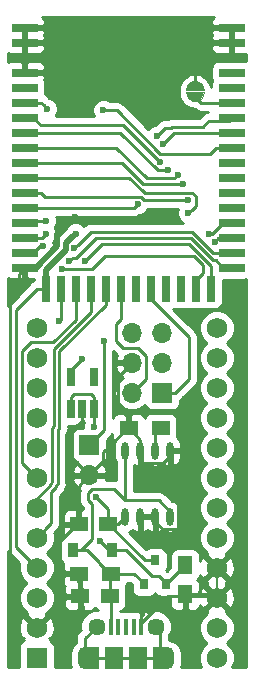
<source format=gbr>
G04 #@! TF.GenerationSoftware,KiCad,Pcbnew,(5.0.0)*
G04 #@! TF.CreationDate,2018-11-29T23:41:20-06:00*
G04 #@! TF.ProjectId,EByte_E73,45427974655F4537332E6B696361645F,rev?*
G04 #@! TF.SameCoordinates,Original*
G04 #@! TF.FileFunction,Copper,L1,Top,Signal*
G04 #@! TF.FilePolarity,Positive*
%FSLAX46Y46*%
G04 Gerber Fmt 4.6, Leading zero omitted, Abs format (unit mm)*
G04 Created by KiCad (PCBNEW (5.0.0)) date 11/29/18 23:41:20*
%MOMM*%
%LPD*%
G01*
G04 APERTURE LIST*
G04 #@! TA.AperFunction,EtchedComponent*
%ADD10C,0.010000*%
G04 #@! TD*
G04 #@! TA.AperFunction,ComponentPad*
%ADD11R,1.752600X1.752600*%
G04 #@! TD*
G04 #@! TA.AperFunction,ComponentPad*
%ADD12C,1.752600*%
G04 #@! TD*
G04 #@! TA.AperFunction,ComponentPad*
%ADD13C,0.400000*%
G04 #@! TD*
G04 #@! TA.AperFunction,SMDPad,CuDef*
%ADD14R,0.720000X2.200000*%
G04 #@! TD*
G04 #@! TA.AperFunction,SMDPad,CuDef*
%ADD15R,2.200000X0.720000*%
G04 #@! TD*
G04 #@! TA.AperFunction,SMDPad,CuDef*
%ADD16R,1.500000X1.900000*%
G04 #@! TD*
G04 #@! TA.AperFunction,ComponentPad*
%ADD17C,1.450000*%
G04 #@! TD*
G04 #@! TA.AperFunction,SMDPad,CuDef*
%ADD18R,0.400000X1.350000*%
G04 #@! TD*
G04 #@! TA.AperFunction,ComponentPad*
%ADD19O,1.200000X1.900000*%
G04 #@! TD*
G04 #@! TA.AperFunction,SMDPad,CuDef*
%ADD20R,1.200000X1.900000*%
G04 #@! TD*
G04 #@! TA.AperFunction,SMDPad,CuDef*
%ADD21R,0.650000X1.560000*%
G04 #@! TD*
G04 #@! TA.AperFunction,SMDPad,CuDef*
%ADD22R,0.800000X0.900000*%
G04 #@! TD*
G04 #@! TA.AperFunction,SMDPad,CuDef*
%ADD23R,1.250000X1.500000*%
G04 #@! TD*
G04 #@! TA.AperFunction,SMDPad,CuDef*
%ADD24R,1.500000X1.250000*%
G04 #@! TD*
G04 #@! TA.AperFunction,ComponentPad*
%ADD25R,1.700000X1.700000*%
G04 #@! TD*
G04 #@! TA.AperFunction,ComponentPad*
%ADD26O,1.700000X1.700000*%
G04 #@! TD*
G04 #@! TA.AperFunction,SMDPad,CuDef*
%ADD27R,1.500000X1.300000*%
G04 #@! TD*
G04 #@! TA.AperFunction,SMDPad,CuDef*
%ADD28O,0.609600X1.473200*%
G04 #@! TD*
G04 #@! TA.AperFunction,SMDPad,CuDef*
%ADD29R,0.900000X1.200000*%
G04 #@! TD*
G04 #@! TA.AperFunction,ViaPad*
%ADD30C,0.600000*%
G04 #@! TD*
G04 #@! TA.AperFunction,Conductor*
%ADD31C,0.250000*%
G04 #@! TD*
G04 #@! TA.AperFunction,Conductor*
%ADD32C,0.500000*%
G04 #@! TD*
G04 #@! TA.AperFunction,Conductor*
%ADD33C,0.200000*%
G04 #@! TD*
G04 #@! TA.AperFunction,Conductor*
%ADD34C,0.254000*%
G04 #@! TD*
G04 APERTURE END LIST*
D10*
G04 #@! TO.C,JP2*
G36*
X114251040Y-104288260D02*
X114296240Y-104544760D01*
X114426540Y-104770360D01*
X114626040Y-104937760D01*
X114870840Y-105026860D01*
X115131240Y-105026860D01*
X115376040Y-104937760D01*
X115575540Y-104770360D01*
X115705840Y-104544760D01*
X115751040Y-104288260D01*
X114251040Y-104288260D01*
X114251040Y-104288260D01*
G37*
X114251040Y-104288260D02*
X114296240Y-104544760D01*
X114426540Y-104770360D01*
X114626040Y-104937760D01*
X114870840Y-105026860D01*
X115131240Y-105026860D01*
X115376040Y-104937760D01*
X115575540Y-104770360D01*
X115705840Y-104544760D01*
X115751040Y-104288260D01*
X114251040Y-104288260D01*
G36*
X115751040Y-104088260D02*
X115705840Y-103831760D01*
X115575540Y-103606160D01*
X115376040Y-103438760D01*
X115131240Y-103349660D01*
X114870840Y-103349660D01*
X114626040Y-103438760D01*
X114426540Y-103606160D01*
X114296240Y-103831760D01*
X114251040Y-104088260D01*
X115751040Y-104088260D01*
X115751040Y-104088260D01*
G37*
X115751040Y-104088260D02*
X115705840Y-103831760D01*
X115575540Y-103606160D01*
X115376040Y-103438760D01*
X115131240Y-103349660D01*
X114870840Y-103349660D01*
X114626040Y-103438760D01*
X114426540Y-103606160D01*
X114296240Y-103831760D01*
X114251040Y-104088260D01*
X115751040Y-104088260D01*
G04 #@! TD*
D11*
G04 #@! TO.P,U2,1*
G04 #@! TO.N,/VBatt*
X101600000Y-152146000D03*
D12*
G04 #@! TO.P,U2,2*
G04 #@! TO.N,GND*
X101600000Y-149606000D03*
G04 #@! TO.P,U2,3*
G04 #@! TO.N,RESET*
X101600000Y-147066000D03*
G04 #@! TO.P,U2,4*
G04 #@! TO.N,VCC*
X101600000Y-144526000D03*
G04 #@! TO.P,U2,5*
G04 #@! TO.N,/P0.05*
X101600000Y-141986000D03*
G04 #@! TO.P,U2,6*
G04 #@! TO.N,/P0.04*
X101600000Y-139446000D03*
G04 #@! TO.P,U2,7*
G04 #@! TO.N,/P0.03*
X101600000Y-136906000D03*
G04 #@! TO.P,U2,8*
G04 #@! TO.N,/P0.02*
X101600000Y-134366000D03*
G04 #@! TO.P,U2,9*
G04 #@! TO.N,SCK*
X101600000Y-131826000D03*
G04 #@! TO.P,U2,10*
G04 #@! TO.N,MISO*
X101600000Y-129286000D03*
G04 #@! TO.P,U2,11*
G04 #@! TO.N,MOSI*
X101600000Y-126746000D03*
G04 #@! TO.P,U2,12*
G04 #@! TO.N,/P0.11*
X101600000Y-124206000D03*
G04 #@! TO.P,U2,24*
G04 #@! TO.N,/P0.16*
X116840000Y-124206000D03*
G04 #@! TO.P,U2,23*
G04 #@! TO.N,/P0.15*
X116840000Y-126746000D03*
G04 #@! TO.P,U2,22*
G04 #@! TO.N,/P0.30*
X116840000Y-129286000D03*
G04 #@! TO.P,U2,21*
G04 #@! TO.N,/P0.29*
X116840000Y-131826000D03*
G04 #@! TO.P,U2,20*
G04 #@! TO.N,/P0.28*
X116840000Y-134366000D03*
G04 #@! TO.P,U2,19*
G04 #@! TO.N,/P0.27*
X116840000Y-136906000D03*
G04 #@! TO.P,U2,18*
G04 #@! TO.N,SCL*
X116840000Y-139446000D03*
G04 #@! TO.P,U2,17*
G04 #@! TO.N,SDA*
X116840000Y-141986000D03*
G04 #@! TO.P,U2,16*
G04 #@! TO.N,GND*
X116840000Y-144526000D03*
G04 #@! TO.P,U2,15*
X116840000Y-147066000D03*
G04 #@! TO.P,U2,14*
G04 #@! TO.N,RXD*
X116840000Y-149606000D03*
G04 #@! TO.P,U2,13*
G04 #@! TO.N,TXD*
X116840000Y-152146000D03*
G04 #@! TD*
D13*
G04 #@! TO.P,JP2,2*
G04 #@! TO.N,GND*
X115001040Y-103738260D03*
G04 #@! TO.P,JP2,1*
G04 #@! TO.N,Net-(JP2-Pad1)*
X115001040Y-104638260D03*
X115001040Y-104638260D03*
G04 #@! TO.P,JP2,2*
G04 #@! TO.N,GND*
X115001040Y-103738260D03*
G04 #@! TD*
D14*
G04 #@! TO.P,U1,27*
G04 #@! TO.N,SCK*
X116332000Y-120904000D03*
G04 #@! TO.P,U1,26*
G04 #@! TO.N,/P0.11*
X115062000Y-120904000D03*
G04 #@! TO.P,U1,25*
G04 #@! TO.N,N/C*
X113792000Y-120904000D03*
G04 #@! TO.P,U1,24*
X112522000Y-120904000D03*
G04 #@! TO.P,U1,23*
G04 #@! TO.N,RXD*
X111252000Y-120904000D03*
G04 #@! TO.P,U1,22*
G04 #@! TO.N,N/C*
X109982000Y-120904000D03*
G04 #@! TO.P,U1,21*
G04 #@! TO.N,TXD*
X108712000Y-120904000D03*
G04 #@! TO.P,U1,20*
G04 #@! TO.N,/P0.05*
X107442000Y-120904000D03*
G04 #@! TO.P,U1,19*
G04 #@! TO.N,/P0.04*
X106172000Y-120904000D03*
G04 #@! TO.P,U1,18*
G04 #@! TO.N,/P0.03*
X104902000Y-120904000D03*
G04 #@! TO.P,U1,17*
G04 #@! TO.N,/P0.02*
X103632000Y-120904000D03*
G04 #@! TO.P,U1,16*
G04 #@! TO.N,VCC*
X102362000Y-120904000D03*
D15*
G04 #@! TO.P,U1,28*
G04 #@! TO.N,MOSI*
X118110000Y-119126000D03*
G04 #@! TO.P,U1,29*
G04 #@! TO.N,MISO*
X118110000Y-117856000D03*
G04 #@! TO.P,U1,30*
G04 #@! TO.N,/P0.15*
X118110000Y-116586000D03*
G04 #@! TO.P,U1,31*
G04 #@! TO.N,/P0.16*
X118110000Y-115316000D03*
G04 #@! TO.P,U1,32*
G04 #@! TO.N,N/C*
X118110000Y-114046000D03*
G04 #@! TO.P,U1,33*
X118110000Y-112776000D03*
G04 #@! TO.P,U1,34*
X118110000Y-111506000D03*
G04 #@! TO.P,U1,35*
X118110000Y-110236000D03*
G04 #@! TO.P,U1,36*
G04 #@! TO.N,RESET*
X118110000Y-108966000D03*
G04 #@! TO.P,U1,37*
G04 #@! TO.N,SWDCLK*
X118110000Y-107696000D03*
G04 #@! TO.P,U1,38*
G04 #@! TO.N,SWDIO*
X118110000Y-106426000D03*
G04 #@! TO.P,U1,39*
G04 #@! TO.N,Net-(JP2-Pad1)*
X118110000Y-105156000D03*
G04 #@! TO.P,U1,40*
G04 #@! TO.N,N/C*
X118110000Y-103886000D03*
G04 #@! TO.P,U1,41*
X118110000Y-102616000D03*
G04 #@! TO.P,U1,42*
G04 #@! TO.N,GND*
X118110000Y-100076000D03*
G04 #@! TO.P,U1,43*
X118110000Y-98806000D03*
G04 #@! TO.P,U1,0*
X100584000Y-98806000D03*
G04 #@! TO.P,U1,1*
X100584000Y-100076000D03*
G04 #@! TO.P,U1,2*
X100584000Y-102616000D03*
G04 #@! TO.P,U1,3*
G04 #@! TO.N,N/C*
X100584000Y-103886000D03*
G04 #@! TO.P,U1,4*
G04 #@! TO.N,Net-(C4-Pad1)*
X100584000Y-105156000D03*
G04 #@! TO.P,U1,5*
G04 #@! TO.N,SDA*
X100584000Y-106426000D03*
G04 #@! TO.P,U1,6*
G04 #@! TO.N,SCL*
X100584000Y-107696000D03*
G04 #@! TO.P,U1,7*
G04 #@! TO.N,/P0.27*
X100584000Y-108966000D03*
G04 #@! TO.P,U1,8*
G04 #@! TO.N,/P0.28*
X100584000Y-110236000D03*
G04 #@! TO.P,U1,9*
G04 #@! TO.N,/P0.29*
X100584000Y-111506000D03*
G04 #@! TO.P,U1,10*
G04 #@! TO.N,/P0.30*
X100584000Y-112776000D03*
G04 #@! TO.P,U1,11*
G04 #@! TO.N,/P0.31*
X100584000Y-114046000D03*
G04 #@! TO.P,U1,12*
G04 #@! TO.N,Net-(C1-Pad1)*
X100584000Y-115316000D03*
G04 #@! TO.P,U1,13*
G04 #@! TO.N,Net-(L1-Pad2)*
X100584000Y-116586000D03*
G04 #@! TO.P,U1,14*
G04 #@! TO.N,Net-(C2-Pad1)*
X100584000Y-117856000D03*
G04 #@! TO.P,U1,15*
G04 #@! TO.N,GND*
X100584000Y-119126000D03*
G04 #@! TD*
D16*
G04 #@! TO.P,J1,6*
G04 #@! TO.N,Net-(J1-Pad6)*
X110169200Y-152208980D03*
D17*
X106669200Y-149508980D03*
D18*
G04 #@! TO.P,J1,2*
G04 #@! TO.N,N/C*
X108519200Y-149508980D03*
G04 #@! TO.P,J1,1*
G04 #@! TO.N,/VBus*
X107869200Y-149508980D03*
G04 #@! TO.P,J1,5*
G04 #@! TO.N,GND*
X110469200Y-149508980D03*
G04 #@! TO.P,J1,4*
G04 #@! TO.N,N/C*
X109819200Y-149508980D03*
G04 #@! TO.P,J1,3*
X109169200Y-149508980D03*
D17*
G04 #@! TO.P,J1,6*
G04 #@! TO.N,Net-(J1-Pad6)*
X111669200Y-149508980D03*
D16*
X108169200Y-152208980D03*
D19*
X105669200Y-152208980D03*
X112669200Y-152208980D03*
D20*
X112069200Y-152208980D03*
X106269200Y-152208980D03*
G04 #@! TD*
D21*
G04 #@! TO.P,U3,1*
G04 #@! TO.N,Net-(C5-Pad1)*
X104521000Y-131064000D03*
G04 #@! TO.P,U3,2*
G04 #@! TO.N,GND*
X105471000Y-131064000D03*
G04 #@! TO.P,U3,3*
G04 #@! TO.N,Net-(C5-Pad1)*
X106421000Y-131064000D03*
G04 #@! TO.P,U3,4*
G04 #@! TO.N,N/C*
X106421000Y-128364000D03*
G04 #@! TO.P,U3,5*
G04 #@! TO.N,VCC*
X104521000Y-128364000D03*
G04 #@! TD*
D22*
G04 #@! TO.P,Q1,1*
G04 #@! TO.N,/VBus*
X110683000Y-145907000D03*
G04 #@! TO.P,Q1,2*
G04 #@! TO.N,Net-(C5-Pad1)*
X112583000Y-145907000D03*
G04 #@! TO.P,Q1,3*
G04 #@! TO.N,/VBatt*
X111633000Y-143907000D03*
G04 #@! TD*
D23*
G04 #@! TO.P,C5,1*
G04 #@! TO.N,Net-(C5-Pad1)*
X114173000Y-144292000D03*
G04 #@! TO.P,C5,2*
G04 #@! TO.N,GND*
X114173000Y-146792000D03*
G04 #@! TD*
D24*
G04 #@! TO.P,C7,1*
G04 #@! TO.N,/VBatt*
X107676000Y-140843000D03*
G04 #@! TO.P,C7,2*
G04 #@! TO.N,GND*
X105176000Y-140843000D03*
G04 #@! TD*
D25*
G04 #@! TO.P,J3,1*
G04 #@! TO.N,/VBatt*
X106072940Y-134167880D03*
D26*
G04 #@! TO.P,J3,2*
G04 #@! TO.N,GND*
X106072940Y-136707880D03*
G04 #@! TD*
D27*
G04 #@! TO.P,R2,1*
G04 #@! TO.N,/VBus*
X107903000Y-145034000D03*
G04 #@! TO.P,R2,2*
G04 #@! TO.N,GND*
X105203000Y-145034000D03*
G04 #@! TD*
G04 #@! TO.P,R3,1*
G04 #@! TO.N,Net-(R3-Pad1)*
X112094000Y-132715000D03*
G04 #@! TO.P,R3,2*
G04 #@! TO.N,GND*
X109394000Y-132715000D03*
G04 #@! TD*
D24*
G04 #@! TO.P,C8,1*
G04 #@! TO.N,/VBus*
X107803000Y-146939000D03*
G04 #@! TO.P,C8,2*
G04 #@! TO.N,GND*
X105303000Y-146939000D03*
G04 #@! TD*
D25*
G04 #@! TO.P,J2,1*
G04 #@! TO.N,RXD*
X112229900Y-129715260D03*
D26*
G04 #@! TO.P,J2,2*
G04 #@! TO.N,TXD*
X109689900Y-129715260D03*
G04 #@! TO.P,J2,3*
G04 #@! TO.N,VCC*
X112229900Y-127175260D03*
G04 #@! TO.P,J2,4*
G04 #@! TO.N,GND*
X109689900Y-127175260D03*
G04 #@! TO.P,J2,5*
G04 #@! TO.N,SWDCLK*
X112229900Y-124635260D03*
G04 #@! TO.P,J2,6*
G04 #@! TO.N,SWDIO*
X109689900Y-124635260D03*
G04 #@! TD*
D28*
G04 #@! TO.P,U6,1*
G04 #@! TO.N,GND*
X112903000Y-134620000D03*
G04 #@! TO.P,U6,2*
G04 #@! TO.N,Net-(R3-Pad1)*
X111633000Y-134620000D03*
G04 #@! TO.P,U6,3*
G04 #@! TO.N,GND*
X110363000Y-134620000D03*
G04 #@! TO.P,U6,4*
G04 #@! TO.N,/VBus*
X109093000Y-134620000D03*
G04 #@! TO.P,U6,5*
G04 #@! TO.N,/VBatt*
X109093000Y-140208000D03*
G04 #@! TO.P,U6,6*
G04 #@! TO.N,GND*
X110363000Y-140208000D03*
G04 #@! TO.P,U6,7*
X111633000Y-140208000D03*
G04 #@! TO.P,U6,8*
G04 #@! TO.N,/VBus*
X112903000Y-140208000D03*
G04 #@! TD*
D29*
G04 #@! TO.P,D1,1*
G04 #@! TO.N,Net-(C5-Pad1)*
X107949000Y-143002000D03*
G04 #@! TO.P,D1,2*
G04 #@! TO.N,/VBus*
X104649000Y-143002000D03*
G04 #@! TD*
D30*
G04 #@! TO.N,GND*
X109982000Y-147955000D03*
X105410000Y-147955000D03*
X104815640Y-114808000D03*
X105775760Y-105806484D03*
X101036120Y-120291860D03*
X103124000Y-100076000D03*
X102362000Y-100076000D03*
X109474000Y-100076000D03*
X116078000Y-100076000D03*
X116078000Y-98806000D03*
X109474000Y-98806000D03*
X103124000Y-98806000D03*
X102362000Y-98806000D03*
G04 #@! TO.N,Net-(C1-Pad1)*
X102351840Y-115133120D03*
G04 #@! TO.N,Net-(C2-Pad1)*
X102144164Y-117310340D03*
G04 #@! TO.N,VCC*
X105410000Y-126873000D03*
X104889300Y-116235480D03*
G04 #@! TO.N,SWDIO*
X111757460Y-108003340D03*
G04 #@! TO.N,RESET*
X107246420Y-105791000D03*
G04 #@! TO.N,SWDCLK*
X112274185Y-108658339D03*
G04 #@! TO.N,Net-(L1-Pad2)*
X102402640Y-116265960D03*
G04 #@! TO.N,SCK*
X105671708Y-118579336D03*
G04 #@! TO.N,/P0.11*
X103740379Y-119196281D03*
G04 #@! TO.N,/P0.02*
X103525320Y-123639580D03*
G04 #@! TO.N,MOSI*
X104365728Y-118588588D03*
G04 #@! TO.N,MISO*
X104800436Y-117495334D03*
G04 #@! TO.N,/P0.15*
X116682210Y-116926346D03*
G04 #@! TO.N,/P0.16*
X116220410Y-116273078D03*
G04 #@! TO.N,SDA*
X112024560Y-110153001D03*
G04 #@! TO.N,SCL*
X112760760Y-110881160D03*
G04 #@! TO.N,/P0.27*
X113570969Y-111272954D03*
G04 #@! TO.N,/P0.28*
X113988612Y-112063856D03*
G04 #@! TO.N,/P0.29*
X114438623Y-114513360D03*
G04 #@! TO.N,/P0.30*
X114438623Y-113392642D03*
G04 #@! TO.N,Net-(C4-Pad1)*
X102486460Y-105666540D03*
G04 #@! TO.N,Net-(C5-Pad1)*
X106426000Y-132588000D03*
X106934000Y-142240000D03*
G04 #@! TO.N,/VBatt*
X106608989Y-138504447D03*
X107294680Y-125310900D03*
G04 #@! TO.N,/P0.31*
X110149810Y-113746280D03*
G04 #@! TD*
D31*
G04 #@! TO.N,GND*
X110469200Y-149508980D02*
X110469200Y-149172140D01*
X110469200Y-149172140D02*
X112702340Y-146939000D01*
X112702340Y-146939000D02*
X116713000Y-146939000D01*
X116713000Y-146939000D02*
X116840000Y-147066000D01*
X114173000Y-146792000D02*
X116566000Y-146792000D01*
X116566000Y-146792000D02*
X116840000Y-147066000D01*
X104267000Y-133298000D02*
X104267000Y-134901940D01*
X104267000Y-134901940D02*
X106072940Y-136707880D01*
X105471000Y-131064000D02*
X105471000Y-132094000D01*
X105471000Y-132094000D02*
X104267000Y-133298000D01*
D32*
X104515641Y-115107999D02*
X104815640Y-114808000D01*
X103350423Y-117314617D02*
X103350423Y-116273217D01*
X101539040Y-119126000D02*
X103350423Y-117314617D01*
X100584000Y-119126000D02*
X101539040Y-119126000D01*
X103350423Y-116273217D02*
X104515641Y-115107999D01*
D31*
X109394000Y-132715000D02*
X109394000Y-131815000D01*
X109394000Y-131815000D02*
X108514899Y-130935899D01*
X108514899Y-130935899D02*
X108514899Y-128350261D01*
X108514899Y-128350261D02*
X108839901Y-128025259D01*
X108839901Y-128025259D02*
X109689900Y-127175260D01*
X106072940Y-136707880D02*
X107247941Y-135532879D01*
X107247941Y-135532879D02*
X107247941Y-134761059D01*
X107247941Y-134761059D02*
X109294000Y-132715000D01*
X109294000Y-132715000D02*
X109394000Y-132715000D01*
X112903000Y-134620000D02*
X112903000Y-135606600D01*
X112903000Y-135606600D02*
X113583610Y-136287210D01*
X113583610Y-136287210D02*
X113583610Y-141269610D01*
X110363000Y-134620000D02*
X110363000Y-135606600D01*
X110363000Y-135606600D02*
X110438010Y-135681610D01*
X110438010Y-135681610D02*
X112273190Y-135681610D01*
X112273190Y-135681610D02*
X112903000Y-135051800D01*
X112903000Y-135051800D02*
X112903000Y-134620000D01*
X109394000Y-132715000D02*
X110363000Y-133684000D01*
X110363000Y-133684000D02*
X110363000Y-134620000D01*
X103505000Y-144336000D02*
X103505000Y-142389000D01*
X103505000Y-142389000D02*
X105051000Y-140843000D01*
X105051000Y-140843000D02*
X105176000Y-140843000D01*
X105203000Y-145034000D02*
X104203000Y-145034000D01*
X104203000Y-145034000D02*
X103505000Y-144336000D01*
X110363000Y-140208000D02*
X111633000Y-140208000D01*
X116840000Y-144526000D02*
X113583610Y-141269610D01*
X113583610Y-141269610D02*
X112262810Y-141269610D01*
X112262810Y-141269610D02*
X111633000Y-140639800D01*
X111633000Y-140639800D02*
X111633000Y-140208000D01*
X105176000Y-139968000D02*
X105176000Y-140843000D01*
X105176000Y-137604820D02*
X105176000Y-139968000D01*
X106072940Y-136707880D02*
X105176000Y-137604820D01*
X109982000Y-147955000D02*
X110469200Y-148442200D01*
X110469200Y-148442200D02*
X110469200Y-149508980D01*
X105303000Y-146939000D02*
X105303000Y-147848000D01*
X105303000Y-147848000D02*
X105410000Y-147955000D01*
X105203000Y-145034000D02*
X105203000Y-146839000D01*
X105203000Y-146839000D02*
X105303000Y-146939000D01*
X101600000Y-149606000D02*
X104267000Y-146939000D01*
X104267000Y-146939000D02*
X105303000Y-146939000D01*
X109474000Y-100076000D02*
X108061760Y-100076000D01*
X108061760Y-100076000D02*
X105923080Y-102214680D01*
X105923080Y-102214680D02*
X105923080Y-105659164D01*
X105923080Y-105659164D02*
X105775760Y-105806484D01*
X100584000Y-119126000D02*
X100584000Y-119839740D01*
X100584000Y-119839740D02*
X101036120Y-120291860D01*
X116746020Y-144432020D02*
X116840000Y-144526000D01*
X115001040Y-103738260D02*
X115001040Y-101152960D01*
X115001040Y-101152960D02*
X116078000Y-100076000D01*
X116467500Y-144153500D02*
X116840000Y-144526000D01*
X100584000Y-100076000D02*
X102362000Y-100076000D01*
X109474000Y-100076000D02*
X103124000Y-100076000D01*
X118110000Y-100076000D02*
X116078000Y-100076000D01*
X116078000Y-98806000D02*
X118110000Y-98806000D01*
X103124000Y-98806000D02*
X109474000Y-98806000D01*
X100584000Y-98806000D02*
X102362000Y-98806000D01*
X100584000Y-119126000D02*
X100076000Y-119634000D01*
X100076000Y-119634000D02*
X100076000Y-121412000D01*
X99314000Y-147320000D02*
X101600000Y-149606000D01*
X100076000Y-121412000D02*
X99314000Y-122174000D01*
X99314000Y-122174000D02*
X99314000Y-147320000D01*
X100584000Y-100076000D02*
X100584000Y-102616000D01*
X100584000Y-98806000D02*
X100584000Y-100076000D01*
X118110000Y-100076000D02*
X118110000Y-98806000D01*
X117370000Y-100076000D02*
X118110000Y-100076000D01*
D33*
X116395500Y-144081500D02*
X116840000Y-144526000D01*
X116840000Y-147066000D02*
X116840000Y-145826725D01*
X116840000Y-145826725D02*
X116840000Y-144526000D01*
D31*
G04 #@! TO.N,Net-(C1-Pad1)*
X102351840Y-115133120D02*
X100766880Y-115133120D01*
X100766880Y-115133120D02*
X100584000Y-115316000D01*
X100584000Y-115316000D02*
X101324000Y-115316000D01*
G04 #@! TO.N,Net-(C2-Pad1)*
X100584000Y-117856000D02*
X101324000Y-117856000D01*
X101934000Y-117246000D02*
X102079824Y-117246000D01*
X101324000Y-117856000D02*
X101934000Y-117246000D01*
X102079824Y-117246000D02*
X102144164Y-117310340D01*
D32*
G04 #@! TO.N,VCC*
X104589301Y-116535479D02*
X104889300Y-116235480D01*
X102362000Y-119293005D02*
X104050434Y-117604571D01*
X104050434Y-117074346D02*
X104589301Y-116535479D01*
X102362000Y-120904000D02*
X102362000Y-119293005D01*
X104050434Y-117604571D02*
X104050434Y-117074346D01*
D31*
X105410000Y-126873000D02*
X104521000Y-127762000D01*
X104521000Y-127762000D02*
X104521000Y-128364000D01*
X101600000Y-144526000D02*
X99822000Y-142748000D01*
X99822000Y-142748000D02*
X99822000Y-122682000D01*
X99822000Y-122682000D02*
X101600000Y-120904000D01*
X101600000Y-120904000D02*
X101854000Y-120904000D01*
X101854000Y-120904000D02*
X102362000Y-120904000D01*
X102362000Y-120904000D02*
X102362000Y-120164000D01*
G04 #@! TO.N,SWDIO*
X118110000Y-106426000D02*
X117858540Y-106677460D01*
X117858540Y-106677460D02*
X116197380Y-106677460D01*
X116197380Y-106677460D02*
X115798600Y-107076240D01*
X115798600Y-107076240D02*
X115798600Y-107109260D01*
X115798600Y-107109260D02*
X115661870Y-107245990D01*
X115661870Y-107245990D02*
X113050124Y-107245990D01*
X113050124Y-107245990D02*
X112993814Y-107302300D01*
X112993814Y-107302300D02*
X112458500Y-107302300D01*
X112458500Y-107302300D02*
X112057459Y-107703341D01*
X112057459Y-107703341D02*
X111757460Y-108003340D01*
G04 #@! TO.N,RESET*
X101600000Y-147066000D02*
X101838340Y-147066000D01*
X108379344Y-105791000D02*
X107670684Y-105791000D01*
X112047265Y-109458921D02*
X108379344Y-105791000D01*
X116267079Y-109458921D02*
X112047265Y-109458921D01*
X116760000Y-108966000D02*
X116267079Y-109458921D01*
X118110000Y-108966000D02*
X116760000Y-108966000D01*
X107670684Y-105791000D02*
X107246420Y-105791000D01*
D33*
X101926000Y-146740000D02*
X101600000Y-147066000D01*
D31*
G04 #@! TO.N,SWDCLK*
X112574184Y-108358340D02*
X112274185Y-108658339D01*
X118110000Y-107696000D02*
X113236524Y-107696000D01*
X113236524Y-107696000D02*
X112574184Y-108358340D01*
G04 #@! TO.N,Net-(L1-Pad2)*
X100584000Y-116586000D02*
X102082600Y-116586000D01*
X102082600Y-116586000D02*
X102402640Y-116265960D01*
X100584000Y-116586000D02*
X101324000Y-116586000D01*
G04 #@! TO.N,SCK*
X116332000Y-120904000D02*
X116332000Y-118946347D01*
X107161479Y-117089565D02*
X105971707Y-118279337D01*
X105971707Y-118279337D02*
X105671708Y-118579336D01*
X114475218Y-117089565D02*
X107161479Y-117089565D01*
X116332000Y-118946347D02*
X114475218Y-117089565D01*
X116332000Y-120904000D02*
X116332000Y-121644000D01*
G04 #@! TO.N,/P0.11*
X104164643Y-119196281D02*
X103740379Y-119196281D01*
X115672000Y-118922758D02*
X114887182Y-118137940D01*
X115672000Y-119554000D02*
X115672000Y-118922758D01*
X115062000Y-120904000D02*
X115062000Y-120164000D01*
X106311981Y-119225221D02*
X104193583Y-119225221D01*
X114887182Y-118137940D02*
X107399262Y-118137940D01*
X104193583Y-119225221D02*
X104164643Y-119196281D01*
X115062000Y-120164000D02*
X115672000Y-119554000D01*
X107399262Y-118137940D02*
X106311981Y-119225221D01*
X115062000Y-120904000D02*
X115062000Y-121644000D01*
G04 #@! TO.N,RXD*
X111252000Y-120904000D02*
X111252000Y-121644000D01*
X111252000Y-120904000D02*
X111252000Y-121795540D01*
X111252000Y-121795540D02*
X114490500Y-125034040D01*
X114490500Y-125034040D02*
X114490500Y-128554660D01*
X114490500Y-128554660D02*
X113329900Y-129715260D01*
X113329900Y-129715260D02*
X112229900Y-129715260D01*
G04 #@! TO.N,TXD*
X109689900Y-129715260D02*
X110864901Y-128540259D01*
X110864901Y-128540259D02*
X110864901Y-126611259D01*
X110864901Y-126611259D02*
X110202082Y-125948440D01*
X110202082Y-125948440D02*
X108912660Y-125948440D01*
X108912660Y-125948440D02*
X108313220Y-125349000D01*
X108313220Y-125349000D02*
X108313220Y-123855480D01*
X108313220Y-123855480D02*
X108712000Y-123456700D01*
X108712000Y-123456700D02*
X108712000Y-120904000D01*
X108712000Y-120904000D02*
X108712000Y-121644000D01*
X108712000Y-120904000D02*
X108712000Y-120164000D01*
G04 #@! TO.N,/P0.05*
X102476299Y-141109701D02*
X101600000Y-141986000D01*
X102809978Y-138110359D02*
X102809978Y-140776022D01*
X102809978Y-140776022D02*
X102476299Y-141109701D01*
X103366975Y-137439985D02*
X103251312Y-137555648D01*
X103251312Y-137555648D02*
X103251312Y-137669025D01*
X103366978Y-132879343D02*
X103366975Y-137439985D01*
X103524458Y-132721863D02*
X103366978Y-132879343D01*
X107442000Y-122254000D02*
X103524458Y-126171542D01*
X103251312Y-137669025D02*
X102809978Y-138110359D01*
X103524458Y-126171542D02*
X103524458Y-132721863D01*
X107442000Y-120904000D02*
X107442000Y-122254000D01*
G04 #@! TO.N,/P0.04*
X102801301Y-137482625D02*
X101600000Y-138683926D01*
X106172000Y-122887589D02*
X103074447Y-125985142D01*
X102916967Y-132692943D02*
X102916965Y-137253583D01*
X101600000Y-138683926D02*
X101600000Y-139446000D01*
X102801301Y-137369248D02*
X102801301Y-137482625D01*
X106172000Y-120904000D02*
X106172000Y-122887589D01*
X103074447Y-132535463D02*
X102916967Y-132692943D01*
X102916965Y-137253583D02*
X102801301Y-137369248D01*
X103074447Y-125985142D02*
X103074447Y-132535463D01*
G04 #@! TO.N,/P0.03*
X104902000Y-120904000D02*
X104902000Y-123521178D01*
X104902000Y-123521178D02*
X103015877Y-125407301D01*
X103015877Y-125407301D02*
X101160773Y-125407301D01*
X101160773Y-125407301D02*
X100398699Y-126169375D01*
X100723701Y-136029701D02*
X101600000Y-136906000D01*
X100398699Y-126169375D02*
X100398699Y-135704699D01*
X100398699Y-135704699D02*
X100723701Y-136029701D01*
G04 #@! TO.N,/P0.02*
X103632000Y-120904000D02*
X103632000Y-123532900D01*
X103632000Y-123532900D02*
X103525320Y-123639580D01*
X103632000Y-120904000D02*
X103632000Y-121644000D01*
G04 #@! TO.N,MOSI*
X104665727Y-118288589D02*
X104365728Y-118588588D01*
X104932185Y-118288589D02*
X104665727Y-118288589D01*
X106591594Y-116629180D02*
X104932185Y-118288589D01*
X114651244Y-116629180D02*
X106591594Y-116629180D01*
X116538064Y-118516000D02*
X114651244Y-116629180D01*
X116760000Y-118516000D02*
X116538064Y-118516000D01*
X118110000Y-119126000D02*
X117370000Y-119126000D01*
X117370000Y-119126000D02*
X116760000Y-118516000D01*
G04 #@! TO.N,MISO*
X105100435Y-117195335D02*
X104800436Y-117495334D01*
X114759334Y-116100860D02*
X106194910Y-116100860D01*
X118110000Y-117856000D02*
X116514474Y-117856000D01*
X106194910Y-116100860D02*
X105100435Y-117195335D01*
X116514474Y-117856000D02*
X114759334Y-116100860D01*
X101600000Y-129286000D02*
X102011480Y-128874520D01*
G04 #@! TO.N,/P0.15*
X117022556Y-116586000D02*
X116982209Y-116626347D01*
X116982209Y-116626347D02*
X116682210Y-116926346D01*
X118110000Y-116586000D02*
X117022556Y-116586000D01*
G04 #@! TO.N,/P0.16*
X116412922Y-116273078D02*
X116220410Y-116273078D01*
X118110000Y-115316000D02*
X117370000Y-115316000D01*
X117370000Y-115316000D02*
X116412922Y-116273078D01*
G04 #@! TO.N,SDA*
X111724561Y-109853002D02*
X112024560Y-110153001D01*
X108907559Y-107036000D02*
X111724561Y-109853002D01*
X101934000Y-107036000D02*
X108907559Y-107036000D01*
X100584000Y-106426000D02*
X101324000Y-106426000D01*
X101324000Y-106426000D02*
X101934000Y-107036000D01*
G04 #@! TO.N,SCL*
X100584000Y-107696000D02*
X108650596Y-107696000D01*
X108650596Y-107696000D02*
X111835756Y-110881160D01*
X111835756Y-110881160D02*
X112336496Y-110881160D01*
X112336496Y-110881160D02*
X112760760Y-110881160D01*
G04 #@! TO.N,/P0.27*
X108294996Y-108966000D02*
X110901949Y-111572953D01*
X113270970Y-111572953D02*
X113570969Y-111272954D01*
X100584000Y-108966000D02*
X108294996Y-108966000D01*
X110901949Y-111572953D02*
X113270970Y-111572953D01*
G04 #@! TO.N,/P0.28*
X100584000Y-110236000D02*
X108802996Y-110236000D01*
X108802996Y-110236000D02*
X110630852Y-112063856D01*
X110630852Y-112063856D02*
X113564348Y-112063856D01*
X113564348Y-112063856D02*
X113988612Y-112063856D01*
G04 #@! TO.N,/P0.29*
X115063625Y-113888358D02*
X114738622Y-114213361D01*
X115063625Y-113092640D02*
X115063625Y-113888358D01*
X110732582Y-112767640D02*
X114738625Y-112767640D01*
X110636212Y-112671270D02*
X110732582Y-112767640D01*
X109417465Y-111506000D02*
X110582733Y-112671268D01*
X100584000Y-111506000D02*
X109417465Y-111506000D01*
X110582733Y-112671268D02*
X110636212Y-112671270D01*
X114738622Y-114213361D02*
X114438623Y-114513360D01*
X114738625Y-112767640D02*
X115063625Y-113092640D01*
G04 #@! TO.N,/P0.30*
X110449811Y-113121279D02*
X110721174Y-113392642D01*
X101934000Y-112776000D02*
X102279279Y-113121279D01*
X102279279Y-113121279D02*
X110449811Y-113121279D01*
X114014359Y-113392642D02*
X114438623Y-113392642D01*
X100584000Y-112776000D02*
X101934000Y-112776000D01*
X110721174Y-113392642D02*
X114014359Y-113392642D01*
G04 #@! TO.N,Net-(JP2-Pad1)*
X115001040Y-104638260D02*
X115518780Y-105156000D01*
X115518780Y-105156000D02*
X118110000Y-105156000D01*
G04 #@! TO.N,Net-(C4-Pad1)*
X100584000Y-105156000D02*
X101975920Y-105156000D01*
X101975920Y-105156000D02*
X102186461Y-105366541D01*
X102186461Y-105366541D02*
X102486460Y-105666540D01*
G04 #@! TO.N,Net-(J1-Pad6)*
X112069200Y-152208980D02*
X112069200Y-149908980D01*
X112069200Y-149908980D02*
X111669200Y-149508980D01*
X110169200Y-152208980D02*
X112669200Y-152208980D01*
X108169200Y-152208980D02*
X110169200Y-152208980D01*
X108169200Y-152208980D02*
X105669200Y-152208980D01*
X106669200Y-149508980D02*
X105669200Y-150508980D01*
X105669200Y-150508980D02*
X105669200Y-152208980D01*
G04 #@! TO.N,/VBus*
X104649000Y-143002000D02*
X105349000Y-143002000D01*
X105983988Y-138204446D02*
X106308988Y-137879446D01*
X105983988Y-138804448D02*
X105983988Y-138204446D01*
X108161445Y-137879445D02*
X109093000Y-138811000D01*
X105349000Y-143002000D02*
X106293707Y-142057293D01*
X106308988Y-137879446D02*
X108161445Y-137879445D01*
X106293707Y-139114167D02*
X105983988Y-138804448D01*
X106293707Y-142057293D02*
X106293707Y-139114167D01*
X109093000Y-138811000D02*
X111937800Y-138811000D01*
X109093000Y-134620000D02*
X109093000Y-138811000D01*
X111937800Y-138811000D02*
X112903000Y-139776200D01*
X112903000Y-139776200D02*
X112903000Y-140208000D01*
X107903000Y-145034000D02*
X109860000Y-145034000D01*
X109860000Y-145034000D02*
X110683000Y-145857000D01*
X110683000Y-145857000D02*
X110683000Y-145907000D01*
X104649000Y-143002000D02*
X105871000Y-143002000D01*
X105871000Y-143002000D02*
X106903000Y-144034000D01*
X106903000Y-144034000D02*
X106903000Y-144134000D01*
X106903000Y-144134000D02*
X107803000Y-145034000D01*
X107803000Y-145034000D02*
X107903000Y-145034000D01*
X107803000Y-146939000D02*
X107803000Y-145134000D01*
X107803000Y-145134000D02*
X107903000Y-145034000D01*
X107869200Y-149508980D02*
X107869200Y-147005200D01*
X107869200Y-147005200D02*
X107803000Y-146939000D01*
X107869200Y-149033980D02*
X107869200Y-149508980D01*
G04 #@! TO.N,Net-(C5-Pad1)*
X104761000Y-129794000D02*
X106181000Y-129794000D01*
X106181000Y-129794000D02*
X106421000Y-130034000D01*
X106421000Y-130034000D02*
X106421000Y-131064000D01*
X104521000Y-131064000D02*
X104521000Y-130034000D01*
X104521000Y-130034000D02*
X104761000Y-129794000D01*
X106426000Y-132588000D02*
X106426000Y-131069000D01*
X106426000Y-131069000D02*
X106421000Y-131064000D01*
X107949000Y-143002000D02*
X107696000Y-143002000D01*
X107696000Y-143002000D02*
X106934000Y-142240000D01*
X108649000Y-143002000D02*
X107949000Y-143002000D01*
X109198590Y-143002000D02*
X108649000Y-143002000D01*
X111403590Y-145207000D02*
X109198590Y-143002000D01*
X111933000Y-145207000D02*
X111403590Y-145207000D01*
X112583000Y-145857000D02*
X111933000Y-145207000D01*
X112583000Y-145907000D02*
X112583000Y-145857000D01*
X112583000Y-145907000D02*
X112583000Y-145882000D01*
X112583000Y-145882000D02*
X114173000Y-144292000D01*
G04 #@! TO.N,/VBatt*
X107676000Y-139571458D02*
X106908988Y-138804446D01*
X106908988Y-138804446D02*
X106608989Y-138504447D01*
X107676000Y-140843000D02*
X107676000Y-139571458D01*
X111633000Y-143907000D02*
X110740000Y-143907000D01*
X110740000Y-143907000D02*
X107676000Y-140843000D01*
X107676000Y-140843000D02*
X108458000Y-140843000D01*
X108458000Y-140843000D02*
X109093000Y-140208000D01*
X107294680Y-125310900D02*
X107294680Y-132885180D01*
X107294680Y-132885180D02*
X106072940Y-134106920D01*
X106072940Y-134106920D02*
X106072940Y-134167880D01*
G04 #@! TO.N,Net-(R3-Pad1)*
X111633000Y-134620000D02*
X111633000Y-133176000D01*
X111633000Y-133176000D02*
X112094000Y-132715000D01*
G04 #@! TO.N,/P0.31*
X109850090Y-114046000D02*
X110149810Y-113746280D01*
X100584000Y-114046000D02*
X109850090Y-114046000D01*
G04 #@! TD*
D34*
G04 #@! TO.N,GND*
G36*
X119305001Y-152960000D02*
X118138649Y-152960000D01*
X118351300Y-152446616D01*
X118351300Y-151845384D01*
X118121218Y-151289917D01*
X117707301Y-150876000D01*
X118121218Y-150462083D01*
X118351300Y-149906616D01*
X118351300Y-149305384D01*
X118121218Y-148749917D01*
X117696083Y-148324782D01*
X117663480Y-148311278D01*
X117723396Y-148129001D01*
X116840000Y-147245605D01*
X115956604Y-148129001D01*
X116016520Y-148311278D01*
X115983917Y-148324782D01*
X115558782Y-148749917D01*
X115328700Y-149305384D01*
X115328700Y-149906616D01*
X115558782Y-150462083D01*
X115972699Y-150876000D01*
X115558782Y-151289917D01*
X115328700Y-151845384D01*
X115328700Y-152446616D01*
X115541351Y-152960000D01*
X113848627Y-152960000D01*
X113904200Y-152680615D01*
X113904200Y-151737344D01*
X113832544Y-151377107D01*
X113559585Y-150968595D01*
X113151072Y-150695636D01*
X112829200Y-150631611D01*
X112829200Y-150262343D01*
X113029200Y-149779501D01*
X113029200Y-149238459D01*
X112822152Y-148738602D01*
X112439578Y-148356028D01*
X111939721Y-148148980D01*
X111398679Y-148148980D01*
X111033491Y-148300246D01*
X111028898Y-148295653D01*
X110795509Y-148198980D01*
X110727950Y-148198980D01*
X110569200Y-148357730D01*
X110569200Y-148514144D01*
X110477009Y-148376171D01*
X110266965Y-148235823D01*
X110242408Y-148230938D01*
X110210450Y-148198980D01*
X110142891Y-148198980D01*
X110123053Y-148207197D01*
X110019200Y-148186540D01*
X109619200Y-148186540D01*
X109494200Y-148211404D01*
X109369200Y-148186540D01*
X108969200Y-148186540D01*
X108844200Y-148211404D01*
X108719200Y-148186540D01*
X108678182Y-148186540D01*
X108800765Y-148162157D01*
X109010809Y-148021809D01*
X109151157Y-147811765D01*
X109200440Y-147564000D01*
X109200440Y-146314000D01*
X109153485Y-146077940D01*
X109251157Y-145931765D01*
X109278560Y-145794000D01*
X109545199Y-145794000D01*
X109635560Y-145884361D01*
X109635560Y-146357000D01*
X109684843Y-146604765D01*
X109825191Y-146814809D01*
X110035235Y-146955157D01*
X110283000Y-147004440D01*
X111083000Y-147004440D01*
X111330765Y-146955157D01*
X111540809Y-146814809D01*
X111633000Y-146676836D01*
X111725191Y-146814809D01*
X111935235Y-146955157D01*
X112183000Y-147004440D01*
X112983000Y-147004440D01*
X112987132Y-147003618D01*
X112913000Y-147077750D01*
X112913000Y-147668309D01*
X113009673Y-147901698D01*
X113188301Y-148080327D01*
X113421690Y-148177000D01*
X113887250Y-148177000D01*
X114046000Y-148018250D01*
X114046000Y-146919000D01*
X114026000Y-146919000D01*
X114026000Y-146665000D01*
X114046000Y-146665000D01*
X114046000Y-146645000D01*
X114300000Y-146645000D01*
X114300000Y-146665000D01*
X114320000Y-146665000D01*
X114320000Y-146919000D01*
X114300000Y-146919000D01*
X114300000Y-148018250D01*
X114458750Y-148177000D01*
X114924310Y-148177000D01*
X115157699Y-148080327D01*
X115336327Y-147901698D01*
X115433000Y-147668309D01*
X115433000Y-147648683D01*
X115522973Y-147865896D01*
X115776999Y-147949396D01*
X116660395Y-147066000D01*
X117019605Y-147066000D01*
X117903001Y-147949396D01*
X118157027Y-147865896D01*
X118362882Y-147301003D01*
X118336891Y-146700332D01*
X118157027Y-146266104D01*
X117903001Y-146182604D01*
X117019605Y-147066000D01*
X116660395Y-147066000D01*
X115776999Y-146182604D01*
X115522973Y-146266104D01*
X115377610Y-146664998D01*
X115274252Y-146664998D01*
X115433000Y-146506250D01*
X115433000Y-145915691D01*
X115336327Y-145682302D01*
X115243027Y-145589001D01*
X115956604Y-145589001D01*
X116024646Y-145796000D01*
X115956604Y-146002999D01*
X116840000Y-146886395D01*
X117723396Y-146002999D01*
X117655354Y-145796000D01*
X117723396Y-145589001D01*
X116840000Y-144705605D01*
X115956604Y-145589001D01*
X115243027Y-145589001D01*
X115194680Y-145540654D01*
X115255809Y-145499809D01*
X115396157Y-145289765D01*
X115432443Y-145107339D01*
X115522973Y-145325896D01*
X115776999Y-145409396D01*
X116660395Y-144526000D01*
X117019605Y-144526000D01*
X117903001Y-145409396D01*
X118157027Y-145325896D01*
X118362882Y-144761003D01*
X118336891Y-144160332D01*
X118157027Y-143726104D01*
X117903001Y-143642604D01*
X117019605Y-144526000D01*
X116660395Y-144526000D01*
X115776999Y-143642604D01*
X115522973Y-143726104D01*
X115445440Y-143938865D01*
X115445440Y-143542000D01*
X115396157Y-143294235D01*
X115255809Y-143084191D01*
X115045765Y-142943843D01*
X114798000Y-142894560D01*
X113548000Y-142894560D01*
X113300235Y-142943843D01*
X113090191Y-143084191D01*
X112949843Y-143294235D01*
X112900560Y-143542000D01*
X112900560Y-144489638D01*
X112595500Y-144794699D01*
X112540798Y-144739996D01*
X112631157Y-144604765D01*
X112680440Y-144357000D01*
X112680440Y-143457000D01*
X112631157Y-143209235D01*
X112490809Y-142999191D01*
X112280765Y-142858843D01*
X112033000Y-142809560D01*
X111233000Y-142809560D01*
X110985235Y-142858843D01*
X110854201Y-142946398D01*
X109437323Y-141529521D01*
X109459690Y-141525072D01*
X109739050Y-141338410D01*
X109788264Y-141394142D01*
X110091895Y-141539647D01*
X110236000Y-141410456D01*
X110236000Y-140335000D01*
X110490000Y-140335000D01*
X110490000Y-141410456D01*
X110634105Y-141539647D01*
X110937736Y-141394142D01*
X110998000Y-141325897D01*
X111058264Y-141394142D01*
X111361895Y-141539647D01*
X111506000Y-141410456D01*
X111506000Y-140335000D01*
X110490000Y-140335000D01*
X110236000Y-140335000D01*
X110216000Y-140335000D01*
X110216000Y-140081000D01*
X110236000Y-140081000D01*
X110236000Y-140061000D01*
X110490000Y-140061000D01*
X110490000Y-140081000D01*
X111506000Y-140081000D01*
X111506000Y-140061000D01*
X111760000Y-140061000D01*
X111760000Y-140081000D01*
X111780000Y-140081000D01*
X111780000Y-140335000D01*
X111760000Y-140335000D01*
X111760000Y-141410456D01*
X111904105Y-141539647D01*
X112207736Y-141394142D01*
X112256950Y-141338410D01*
X112536309Y-141525072D01*
X112903000Y-141598011D01*
X113269690Y-141525072D01*
X113580557Y-141317357D01*
X113788272Y-141006491D01*
X113842800Y-140732359D01*
X113842800Y-139683641D01*
X113788272Y-139409509D01*
X113580557Y-139098643D01*
X113269691Y-138890928D01*
X113048540Y-138846939D01*
X112528131Y-138326530D01*
X112485729Y-138263071D01*
X112234337Y-138095096D01*
X112012652Y-138051000D01*
X112012647Y-138051000D01*
X111937800Y-138036112D01*
X111862953Y-138051000D01*
X109853000Y-138051000D01*
X109853000Y-135837165D01*
X110091895Y-135951647D01*
X110236000Y-135822456D01*
X110236000Y-134747000D01*
X110216000Y-134747000D01*
X110216000Y-134493000D01*
X110236000Y-134493000D01*
X110236000Y-134473000D01*
X110490000Y-134473000D01*
X110490000Y-134493000D01*
X110510000Y-134493000D01*
X110510000Y-134747000D01*
X110490000Y-134747000D01*
X110490000Y-135822456D01*
X110634105Y-135951647D01*
X110937736Y-135806142D01*
X110986950Y-135750410D01*
X111266309Y-135937072D01*
X111633000Y-136010011D01*
X111999690Y-135937072D01*
X112279050Y-135750410D01*
X112328264Y-135806142D01*
X112631895Y-135951647D01*
X112776000Y-135822456D01*
X112776000Y-134747000D01*
X113030000Y-134747000D01*
X113030000Y-135822456D01*
X113174105Y-135951647D01*
X113477736Y-135806142D01*
X113722661Y-135528779D01*
X113842800Y-135178800D01*
X113842800Y-134747000D01*
X113030000Y-134747000D01*
X112776000Y-134747000D01*
X112756000Y-134747000D01*
X112756000Y-134493000D01*
X112776000Y-134493000D01*
X112776000Y-134473000D01*
X113030000Y-134473000D01*
X113030000Y-134493000D01*
X113842800Y-134493000D01*
X113842800Y-134061200D01*
X113722661Y-133711221D01*
X113477742Y-133433865D01*
X113491440Y-133365000D01*
X113491440Y-132065000D01*
X113442157Y-131817235D01*
X113301809Y-131607191D01*
X113091765Y-131466843D01*
X112844000Y-131417560D01*
X111344000Y-131417560D01*
X111096235Y-131466843D01*
X110886191Y-131607191D01*
X110745843Y-131817235D01*
X110740279Y-131845209D01*
X110682327Y-131705301D01*
X110503698Y-131526673D01*
X110270309Y-131430000D01*
X109679750Y-131430000D01*
X109521000Y-131588750D01*
X109521000Y-132588000D01*
X109541000Y-132588000D01*
X109541000Y-132842000D01*
X109521000Y-132842000D01*
X109521000Y-132862000D01*
X109267000Y-132862000D01*
X109267000Y-132842000D01*
X109247000Y-132842000D01*
X109247000Y-132588000D01*
X109267000Y-132588000D01*
X109267000Y-131588750D01*
X109108250Y-131430000D01*
X108517691Y-131430000D01*
X108284302Y-131526673D01*
X108105673Y-131705301D01*
X108054680Y-131828409D01*
X108054680Y-126165261D01*
X108322330Y-126432912D01*
X108364731Y-126496369D01*
X108378094Y-126505298D01*
X108248424Y-126818370D01*
X108369745Y-127048260D01*
X109562900Y-127048260D01*
X109562900Y-127028260D01*
X109816900Y-127028260D01*
X109816900Y-127048260D01*
X109836900Y-127048260D01*
X109836900Y-127302260D01*
X109816900Y-127302260D01*
X109816900Y-127322260D01*
X109562900Y-127322260D01*
X109562900Y-127302260D01*
X108369745Y-127302260D01*
X108248424Y-127532150D01*
X108418255Y-127942184D01*
X108808542Y-128370443D01*
X108938378Y-128431417D01*
X108619275Y-128644635D01*
X108291061Y-129135842D01*
X108175808Y-129715260D01*
X108291061Y-130294678D01*
X108619275Y-130785885D01*
X109110482Y-131114099D01*
X109543644Y-131200260D01*
X109836156Y-131200260D01*
X110269318Y-131114099D01*
X110760525Y-130785885D01*
X110772716Y-130767641D01*
X110781743Y-130813025D01*
X110922091Y-131023069D01*
X111132135Y-131163417D01*
X111379900Y-131212700D01*
X113079900Y-131212700D01*
X113327665Y-131163417D01*
X113537709Y-131023069D01*
X113678057Y-130813025D01*
X113727340Y-130565260D01*
X113727340Y-130363743D01*
X113877829Y-130263189D01*
X113920231Y-130199730D01*
X114974973Y-129144989D01*
X115038429Y-129102589D01*
X115206404Y-128851197D01*
X115250500Y-128629512D01*
X115250500Y-128629508D01*
X115265388Y-128554661D01*
X115250500Y-128479814D01*
X115250500Y-125108888D01*
X115265388Y-125034040D01*
X115250500Y-124959192D01*
X115250500Y-124959188D01*
X115206404Y-124737503D01*
X115038429Y-124486111D01*
X114974973Y-124443711D01*
X114436646Y-123905384D01*
X115328700Y-123905384D01*
X115328700Y-124506616D01*
X115558782Y-125062083D01*
X115972699Y-125476000D01*
X115558782Y-125889917D01*
X115328700Y-126445384D01*
X115328700Y-127046616D01*
X115558782Y-127602083D01*
X115972699Y-128016000D01*
X115558782Y-128429917D01*
X115328700Y-128985384D01*
X115328700Y-129586616D01*
X115558782Y-130142083D01*
X115972699Y-130556000D01*
X115558782Y-130969917D01*
X115328700Y-131525384D01*
X115328700Y-132126616D01*
X115558782Y-132682083D01*
X115972699Y-133096000D01*
X115558782Y-133509917D01*
X115328700Y-134065384D01*
X115328700Y-134666616D01*
X115558782Y-135222083D01*
X115972699Y-135636000D01*
X115558782Y-136049917D01*
X115328700Y-136605384D01*
X115328700Y-137206616D01*
X115558782Y-137762083D01*
X115972699Y-138176000D01*
X115558782Y-138589917D01*
X115328700Y-139145384D01*
X115328700Y-139746616D01*
X115558782Y-140302083D01*
X115972699Y-140716000D01*
X115558782Y-141129917D01*
X115328700Y-141685384D01*
X115328700Y-142286616D01*
X115558782Y-142842083D01*
X115983917Y-143267218D01*
X116016520Y-143280722D01*
X115956604Y-143462999D01*
X116840000Y-144346395D01*
X117723396Y-143462999D01*
X117663480Y-143280722D01*
X117696083Y-143267218D01*
X118121218Y-142842083D01*
X118351300Y-142286616D01*
X118351300Y-141685384D01*
X118121218Y-141129917D01*
X117707301Y-140716000D01*
X118121218Y-140302083D01*
X118351300Y-139746616D01*
X118351300Y-139145384D01*
X118121218Y-138589917D01*
X117707301Y-138176000D01*
X118121218Y-137762083D01*
X118351300Y-137206616D01*
X118351300Y-136605384D01*
X118121218Y-136049917D01*
X117707301Y-135636000D01*
X118121218Y-135222083D01*
X118351300Y-134666616D01*
X118351300Y-134065384D01*
X118121218Y-133509917D01*
X117707301Y-133096000D01*
X118121218Y-132682083D01*
X118351300Y-132126616D01*
X118351300Y-131525384D01*
X118121218Y-130969917D01*
X117707301Y-130556000D01*
X118121218Y-130142083D01*
X118351300Y-129586616D01*
X118351300Y-128985384D01*
X118121218Y-128429917D01*
X117707301Y-128016000D01*
X118121218Y-127602083D01*
X118351300Y-127046616D01*
X118351300Y-126445384D01*
X118121218Y-125889917D01*
X117707301Y-125476000D01*
X118121218Y-125062083D01*
X118351300Y-124506616D01*
X118351300Y-123905384D01*
X118121218Y-123349917D01*
X117696083Y-122924782D01*
X117140616Y-122694700D01*
X116539384Y-122694700D01*
X115983917Y-122924782D01*
X115558782Y-123349917D01*
X115328700Y-123905384D01*
X114436646Y-123905384D01*
X113131955Y-122600694D01*
X113157000Y-122583959D01*
X113184235Y-122602157D01*
X113432000Y-122651440D01*
X114152000Y-122651440D01*
X114399765Y-122602157D01*
X114427000Y-122583959D01*
X114454235Y-122602157D01*
X114702000Y-122651440D01*
X115422000Y-122651440D01*
X115669765Y-122602157D01*
X115697000Y-122583959D01*
X115724235Y-122602157D01*
X115972000Y-122651440D01*
X116692000Y-122651440D01*
X116939765Y-122602157D01*
X117149809Y-122461809D01*
X117290157Y-122251765D01*
X117339440Y-122004000D01*
X117339440Y-120133440D01*
X119210000Y-120133440D01*
X119305000Y-120114543D01*
X119305001Y-152960000D01*
X119305001Y-152960000D01*
G37*
X119305001Y-152960000D02*
X118138649Y-152960000D01*
X118351300Y-152446616D01*
X118351300Y-151845384D01*
X118121218Y-151289917D01*
X117707301Y-150876000D01*
X118121218Y-150462083D01*
X118351300Y-149906616D01*
X118351300Y-149305384D01*
X118121218Y-148749917D01*
X117696083Y-148324782D01*
X117663480Y-148311278D01*
X117723396Y-148129001D01*
X116840000Y-147245605D01*
X115956604Y-148129001D01*
X116016520Y-148311278D01*
X115983917Y-148324782D01*
X115558782Y-148749917D01*
X115328700Y-149305384D01*
X115328700Y-149906616D01*
X115558782Y-150462083D01*
X115972699Y-150876000D01*
X115558782Y-151289917D01*
X115328700Y-151845384D01*
X115328700Y-152446616D01*
X115541351Y-152960000D01*
X113848627Y-152960000D01*
X113904200Y-152680615D01*
X113904200Y-151737344D01*
X113832544Y-151377107D01*
X113559585Y-150968595D01*
X113151072Y-150695636D01*
X112829200Y-150631611D01*
X112829200Y-150262343D01*
X113029200Y-149779501D01*
X113029200Y-149238459D01*
X112822152Y-148738602D01*
X112439578Y-148356028D01*
X111939721Y-148148980D01*
X111398679Y-148148980D01*
X111033491Y-148300246D01*
X111028898Y-148295653D01*
X110795509Y-148198980D01*
X110727950Y-148198980D01*
X110569200Y-148357730D01*
X110569200Y-148514144D01*
X110477009Y-148376171D01*
X110266965Y-148235823D01*
X110242408Y-148230938D01*
X110210450Y-148198980D01*
X110142891Y-148198980D01*
X110123053Y-148207197D01*
X110019200Y-148186540D01*
X109619200Y-148186540D01*
X109494200Y-148211404D01*
X109369200Y-148186540D01*
X108969200Y-148186540D01*
X108844200Y-148211404D01*
X108719200Y-148186540D01*
X108678182Y-148186540D01*
X108800765Y-148162157D01*
X109010809Y-148021809D01*
X109151157Y-147811765D01*
X109200440Y-147564000D01*
X109200440Y-146314000D01*
X109153485Y-146077940D01*
X109251157Y-145931765D01*
X109278560Y-145794000D01*
X109545199Y-145794000D01*
X109635560Y-145884361D01*
X109635560Y-146357000D01*
X109684843Y-146604765D01*
X109825191Y-146814809D01*
X110035235Y-146955157D01*
X110283000Y-147004440D01*
X111083000Y-147004440D01*
X111330765Y-146955157D01*
X111540809Y-146814809D01*
X111633000Y-146676836D01*
X111725191Y-146814809D01*
X111935235Y-146955157D01*
X112183000Y-147004440D01*
X112983000Y-147004440D01*
X112987132Y-147003618D01*
X112913000Y-147077750D01*
X112913000Y-147668309D01*
X113009673Y-147901698D01*
X113188301Y-148080327D01*
X113421690Y-148177000D01*
X113887250Y-148177000D01*
X114046000Y-148018250D01*
X114046000Y-146919000D01*
X114026000Y-146919000D01*
X114026000Y-146665000D01*
X114046000Y-146665000D01*
X114046000Y-146645000D01*
X114300000Y-146645000D01*
X114300000Y-146665000D01*
X114320000Y-146665000D01*
X114320000Y-146919000D01*
X114300000Y-146919000D01*
X114300000Y-148018250D01*
X114458750Y-148177000D01*
X114924310Y-148177000D01*
X115157699Y-148080327D01*
X115336327Y-147901698D01*
X115433000Y-147668309D01*
X115433000Y-147648683D01*
X115522973Y-147865896D01*
X115776999Y-147949396D01*
X116660395Y-147066000D01*
X117019605Y-147066000D01*
X117903001Y-147949396D01*
X118157027Y-147865896D01*
X118362882Y-147301003D01*
X118336891Y-146700332D01*
X118157027Y-146266104D01*
X117903001Y-146182604D01*
X117019605Y-147066000D01*
X116660395Y-147066000D01*
X115776999Y-146182604D01*
X115522973Y-146266104D01*
X115377610Y-146664998D01*
X115274252Y-146664998D01*
X115433000Y-146506250D01*
X115433000Y-145915691D01*
X115336327Y-145682302D01*
X115243027Y-145589001D01*
X115956604Y-145589001D01*
X116024646Y-145796000D01*
X115956604Y-146002999D01*
X116840000Y-146886395D01*
X117723396Y-146002999D01*
X117655354Y-145796000D01*
X117723396Y-145589001D01*
X116840000Y-144705605D01*
X115956604Y-145589001D01*
X115243027Y-145589001D01*
X115194680Y-145540654D01*
X115255809Y-145499809D01*
X115396157Y-145289765D01*
X115432443Y-145107339D01*
X115522973Y-145325896D01*
X115776999Y-145409396D01*
X116660395Y-144526000D01*
X117019605Y-144526000D01*
X117903001Y-145409396D01*
X118157027Y-145325896D01*
X118362882Y-144761003D01*
X118336891Y-144160332D01*
X118157027Y-143726104D01*
X117903001Y-143642604D01*
X117019605Y-144526000D01*
X116660395Y-144526000D01*
X115776999Y-143642604D01*
X115522973Y-143726104D01*
X115445440Y-143938865D01*
X115445440Y-143542000D01*
X115396157Y-143294235D01*
X115255809Y-143084191D01*
X115045765Y-142943843D01*
X114798000Y-142894560D01*
X113548000Y-142894560D01*
X113300235Y-142943843D01*
X113090191Y-143084191D01*
X112949843Y-143294235D01*
X112900560Y-143542000D01*
X112900560Y-144489638D01*
X112595500Y-144794699D01*
X112540798Y-144739996D01*
X112631157Y-144604765D01*
X112680440Y-144357000D01*
X112680440Y-143457000D01*
X112631157Y-143209235D01*
X112490809Y-142999191D01*
X112280765Y-142858843D01*
X112033000Y-142809560D01*
X111233000Y-142809560D01*
X110985235Y-142858843D01*
X110854201Y-142946398D01*
X109437323Y-141529521D01*
X109459690Y-141525072D01*
X109739050Y-141338410D01*
X109788264Y-141394142D01*
X110091895Y-141539647D01*
X110236000Y-141410456D01*
X110236000Y-140335000D01*
X110490000Y-140335000D01*
X110490000Y-141410456D01*
X110634105Y-141539647D01*
X110937736Y-141394142D01*
X110998000Y-141325897D01*
X111058264Y-141394142D01*
X111361895Y-141539647D01*
X111506000Y-141410456D01*
X111506000Y-140335000D01*
X110490000Y-140335000D01*
X110236000Y-140335000D01*
X110216000Y-140335000D01*
X110216000Y-140081000D01*
X110236000Y-140081000D01*
X110236000Y-140061000D01*
X110490000Y-140061000D01*
X110490000Y-140081000D01*
X111506000Y-140081000D01*
X111506000Y-140061000D01*
X111760000Y-140061000D01*
X111760000Y-140081000D01*
X111780000Y-140081000D01*
X111780000Y-140335000D01*
X111760000Y-140335000D01*
X111760000Y-141410456D01*
X111904105Y-141539647D01*
X112207736Y-141394142D01*
X112256950Y-141338410D01*
X112536309Y-141525072D01*
X112903000Y-141598011D01*
X113269690Y-141525072D01*
X113580557Y-141317357D01*
X113788272Y-141006491D01*
X113842800Y-140732359D01*
X113842800Y-139683641D01*
X113788272Y-139409509D01*
X113580557Y-139098643D01*
X113269691Y-138890928D01*
X113048540Y-138846939D01*
X112528131Y-138326530D01*
X112485729Y-138263071D01*
X112234337Y-138095096D01*
X112012652Y-138051000D01*
X112012647Y-138051000D01*
X111937800Y-138036112D01*
X111862953Y-138051000D01*
X109853000Y-138051000D01*
X109853000Y-135837165D01*
X110091895Y-135951647D01*
X110236000Y-135822456D01*
X110236000Y-134747000D01*
X110216000Y-134747000D01*
X110216000Y-134493000D01*
X110236000Y-134493000D01*
X110236000Y-134473000D01*
X110490000Y-134473000D01*
X110490000Y-134493000D01*
X110510000Y-134493000D01*
X110510000Y-134747000D01*
X110490000Y-134747000D01*
X110490000Y-135822456D01*
X110634105Y-135951647D01*
X110937736Y-135806142D01*
X110986950Y-135750410D01*
X111266309Y-135937072D01*
X111633000Y-136010011D01*
X111999690Y-135937072D01*
X112279050Y-135750410D01*
X112328264Y-135806142D01*
X112631895Y-135951647D01*
X112776000Y-135822456D01*
X112776000Y-134747000D01*
X113030000Y-134747000D01*
X113030000Y-135822456D01*
X113174105Y-135951647D01*
X113477736Y-135806142D01*
X113722661Y-135528779D01*
X113842800Y-135178800D01*
X113842800Y-134747000D01*
X113030000Y-134747000D01*
X112776000Y-134747000D01*
X112756000Y-134747000D01*
X112756000Y-134493000D01*
X112776000Y-134493000D01*
X112776000Y-134473000D01*
X113030000Y-134473000D01*
X113030000Y-134493000D01*
X113842800Y-134493000D01*
X113842800Y-134061200D01*
X113722661Y-133711221D01*
X113477742Y-133433865D01*
X113491440Y-133365000D01*
X113491440Y-132065000D01*
X113442157Y-131817235D01*
X113301809Y-131607191D01*
X113091765Y-131466843D01*
X112844000Y-131417560D01*
X111344000Y-131417560D01*
X111096235Y-131466843D01*
X110886191Y-131607191D01*
X110745843Y-131817235D01*
X110740279Y-131845209D01*
X110682327Y-131705301D01*
X110503698Y-131526673D01*
X110270309Y-131430000D01*
X109679750Y-131430000D01*
X109521000Y-131588750D01*
X109521000Y-132588000D01*
X109541000Y-132588000D01*
X109541000Y-132842000D01*
X109521000Y-132842000D01*
X109521000Y-132862000D01*
X109267000Y-132862000D01*
X109267000Y-132842000D01*
X109247000Y-132842000D01*
X109247000Y-132588000D01*
X109267000Y-132588000D01*
X109267000Y-131588750D01*
X109108250Y-131430000D01*
X108517691Y-131430000D01*
X108284302Y-131526673D01*
X108105673Y-131705301D01*
X108054680Y-131828409D01*
X108054680Y-126165261D01*
X108322330Y-126432912D01*
X108364731Y-126496369D01*
X108378094Y-126505298D01*
X108248424Y-126818370D01*
X108369745Y-127048260D01*
X109562900Y-127048260D01*
X109562900Y-127028260D01*
X109816900Y-127028260D01*
X109816900Y-127048260D01*
X109836900Y-127048260D01*
X109836900Y-127302260D01*
X109816900Y-127302260D01*
X109816900Y-127322260D01*
X109562900Y-127322260D01*
X109562900Y-127302260D01*
X108369745Y-127302260D01*
X108248424Y-127532150D01*
X108418255Y-127942184D01*
X108808542Y-128370443D01*
X108938378Y-128431417D01*
X108619275Y-128644635D01*
X108291061Y-129135842D01*
X108175808Y-129715260D01*
X108291061Y-130294678D01*
X108619275Y-130785885D01*
X109110482Y-131114099D01*
X109543644Y-131200260D01*
X109836156Y-131200260D01*
X110269318Y-131114099D01*
X110760525Y-130785885D01*
X110772716Y-130767641D01*
X110781743Y-130813025D01*
X110922091Y-131023069D01*
X111132135Y-131163417D01*
X111379900Y-131212700D01*
X113079900Y-131212700D01*
X113327665Y-131163417D01*
X113537709Y-131023069D01*
X113678057Y-130813025D01*
X113727340Y-130565260D01*
X113727340Y-130363743D01*
X113877829Y-130263189D01*
X113920231Y-130199730D01*
X114974973Y-129144989D01*
X115038429Y-129102589D01*
X115206404Y-128851197D01*
X115250500Y-128629512D01*
X115250500Y-128629508D01*
X115265388Y-128554661D01*
X115250500Y-128479814D01*
X115250500Y-125108888D01*
X115265388Y-125034040D01*
X115250500Y-124959192D01*
X115250500Y-124959188D01*
X115206404Y-124737503D01*
X115038429Y-124486111D01*
X114974973Y-124443711D01*
X114436646Y-123905384D01*
X115328700Y-123905384D01*
X115328700Y-124506616D01*
X115558782Y-125062083D01*
X115972699Y-125476000D01*
X115558782Y-125889917D01*
X115328700Y-126445384D01*
X115328700Y-127046616D01*
X115558782Y-127602083D01*
X115972699Y-128016000D01*
X115558782Y-128429917D01*
X115328700Y-128985384D01*
X115328700Y-129586616D01*
X115558782Y-130142083D01*
X115972699Y-130556000D01*
X115558782Y-130969917D01*
X115328700Y-131525384D01*
X115328700Y-132126616D01*
X115558782Y-132682083D01*
X115972699Y-133096000D01*
X115558782Y-133509917D01*
X115328700Y-134065384D01*
X115328700Y-134666616D01*
X115558782Y-135222083D01*
X115972699Y-135636000D01*
X115558782Y-136049917D01*
X115328700Y-136605384D01*
X115328700Y-137206616D01*
X115558782Y-137762083D01*
X115972699Y-138176000D01*
X115558782Y-138589917D01*
X115328700Y-139145384D01*
X115328700Y-139746616D01*
X115558782Y-140302083D01*
X115972699Y-140716000D01*
X115558782Y-141129917D01*
X115328700Y-141685384D01*
X115328700Y-142286616D01*
X115558782Y-142842083D01*
X115983917Y-143267218D01*
X116016520Y-143280722D01*
X115956604Y-143462999D01*
X116840000Y-144346395D01*
X117723396Y-143462999D01*
X117663480Y-143280722D01*
X117696083Y-143267218D01*
X118121218Y-142842083D01*
X118351300Y-142286616D01*
X118351300Y-141685384D01*
X118121218Y-141129917D01*
X117707301Y-140716000D01*
X118121218Y-140302083D01*
X118351300Y-139746616D01*
X118351300Y-139145384D01*
X118121218Y-138589917D01*
X117707301Y-138176000D01*
X118121218Y-137762083D01*
X118351300Y-137206616D01*
X118351300Y-136605384D01*
X118121218Y-136049917D01*
X117707301Y-135636000D01*
X118121218Y-135222083D01*
X118351300Y-134666616D01*
X118351300Y-134065384D01*
X118121218Y-133509917D01*
X117707301Y-133096000D01*
X118121218Y-132682083D01*
X118351300Y-132126616D01*
X118351300Y-131525384D01*
X118121218Y-130969917D01*
X117707301Y-130556000D01*
X118121218Y-130142083D01*
X118351300Y-129586616D01*
X118351300Y-128985384D01*
X118121218Y-128429917D01*
X117707301Y-128016000D01*
X118121218Y-127602083D01*
X118351300Y-127046616D01*
X118351300Y-126445384D01*
X118121218Y-125889917D01*
X117707301Y-125476000D01*
X118121218Y-125062083D01*
X118351300Y-124506616D01*
X118351300Y-123905384D01*
X118121218Y-123349917D01*
X117696083Y-122924782D01*
X117140616Y-122694700D01*
X116539384Y-122694700D01*
X115983917Y-122924782D01*
X115558782Y-123349917D01*
X115328700Y-123905384D01*
X114436646Y-123905384D01*
X113131955Y-122600694D01*
X113157000Y-122583959D01*
X113184235Y-122602157D01*
X113432000Y-122651440D01*
X114152000Y-122651440D01*
X114399765Y-122602157D01*
X114427000Y-122583959D01*
X114454235Y-122602157D01*
X114702000Y-122651440D01*
X115422000Y-122651440D01*
X115669765Y-122602157D01*
X115697000Y-122583959D01*
X115724235Y-122602157D01*
X115972000Y-122651440D01*
X116692000Y-122651440D01*
X116939765Y-122602157D01*
X117149809Y-122461809D01*
X117290157Y-122251765D01*
X117339440Y-122004000D01*
X117339440Y-120133440D01*
X119210000Y-120133440D01*
X119305000Y-120114543D01*
X119305001Y-152960000D01*
G36*
X105497843Y-132091765D02*
X105572951Y-132204170D01*
X105491000Y-132402017D01*
X105491000Y-132670440D01*
X105222940Y-132670440D01*
X104975175Y-132719723D01*
X104765131Y-132860071D01*
X104624783Y-133070115D01*
X104575500Y-133317880D01*
X104575500Y-135017880D01*
X104624783Y-135265645D01*
X104765131Y-135475689D01*
X104975175Y-135616037D01*
X105078648Y-135636619D01*
X104801295Y-135940956D01*
X104631464Y-136350990D01*
X104752785Y-136580880D01*
X105945940Y-136580880D01*
X105945940Y-136560880D01*
X106199940Y-136560880D01*
X106199940Y-136580880D01*
X107393095Y-136580880D01*
X107514416Y-136350990D01*
X107344585Y-135940956D01*
X107067232Y-135636619D01*
X107170705Y-135616037D01*
X107380749Y-135475689D01*
X107521097Y-135265645D01*
X107570380Y-135017880D01*
X107570380Y-133684282D01*
X107779153Y-133475509D01*
X107842609Y-133433109D01*
X108009000Y-133184088D01*
X108009000Y-133491310D01*
X108105673Y-133724699D01*
X108206859Y-133825884D01*
X108153201Y-134095641D01*
X108153200Y-135144358D01*
X108207728Y-135418490D01*
X108333000Y-135605973D01*
X108333001Y-137138681D01*
X108236296Y-137119445D01*
X108236292Y-137119445D01*
X108161445Y-137104557D01*
X108086597Y-137119445D01*
X107491770Y-137119446D01*
X107514416Y-137064770D01*
X107393095Y-136834880D01*
X106199940Y-136834880D01*
X106199940Y-136854880D01*
X105945940Y-136854880D01*
X105945940Y-136834880D01*
X104752785Y-136834880D01*
X104631464Y-137064770D01*
X104801295Y-137474804D01*
X105191582Y-137903063D01*
X105262430Y-137936335D01*
X105223988Y-138129594D01*
X105223988Y-138129599D01*
X105209100Y-138204446D01*
X105223988Y-138279293D01*
X105223988Y-138729601D01*
X105209100Y-138804448D01*
X105223988Y-138879295D01*
X105223988Y-138879299D01*
X105268084Y-139100984D01*
X105436059Y-139352377D01*
X105499518Y-139394779D01*
X105533708Y-139428969D01*
X105533708Y-139583000D01*
X105461750Y-139583000D01*
X105303000Y-139741750D01*
X105303000Y-140716000D01*
X105323000Y-140716000D01*
X105323000Y-140970000D01*
X105303000Y-140970000D01*
X105303000Y-140990000D01*
X105049000Y-140990000D01*
X105049000Y-140970000D01*
X103949750Y-140970000D01*
X103791000Y-141128750D01*
X103791000Y-141594310D01*
X103887673Y-141827699D01*
X103898832Y-141838858D01*
X103741191Y-141944191D01*
X103600843Y-142154235D01*
X103551560Y-142402000D01*
X103551560Y-143602000D01*
X103600843Y-143849765D01*
X103741191Y-144059809D01*
X103865547Y-144142902D01*
X103818000Y-144257690D01*
X103818000Y-144748250D01*
X103976750Y-144907000D01*
X105076000Y-144907000D01*
X105076000Y-144887000D01*
X105330000Y-144887000D01*
X105330000Y-144907000D01*
X105350000Y-144907000D01*
X105350000Y-145161000D01*
X105330000Y-145161000D01*
X105330000Y-146160250D01*
X105430000Y-146260250D01*
X105430000Y-146812000D01*
X105450000Y-146812000D01*
X105450000Y-147066000D01*
X105430000Y-147066000D01*
X105430000Y-148040250D01*
X105588750Y-148199000D01*
X106179309Y-148199000D01*
X106412698Y-148102327D01*
X106554346Y-147960680D01*
X106595191Y-148021809D01*
X106785514Y-148148980D01*
X106398679Y-148148980D01*
X105898822Y-148356028D01*
X105516248Y-148738602D01*
X105309200Y-149238459D01*
X105309200Y-149779501D01*
X105313499Y-149789880D01*
X105184730Y-149918649D01*
X105121271Y-149961051D01*
X104953296Y-150212444D01*
X104909200Y-150434129D01*
X104909200Y-150434133D01*
X104894312Y-150508980D01*
X104909200Y-150583827D01*
X104909200Y-150881475D01*
X104778816Y-150968595D01*
X104505856Y-151377107D01*
X104434200Y-151737344D01*
X104434200Y-152680615D01*
X104489773Y-152960000D01*
X103123740Y-152960000D01*
X103123740Y-151269700D01*
X103074457Y-151021935D01*
X102934109Y-150811891D01*
X102724065Y-150671543D01*
X102712426Y-150669228D01*
X102777631Y-150604023D01*
X102663003Y-150489395D01*
X102917027Y-150405896D01*
X103122882Y-149841003D01*
X103096891Y-149240332D01*
X102917027Y-148806104D01*
X102663001Y-148722604D01*
X101779605Y-149606000D01*
X101793748Y-149620143D01*
X101614143Y-149799748D01*
X101600000Y-149785605D01*
X101585858Y-149799748D01*
X101406253Y-149620143D01*
X101420395Y-149606000D01*
X100536999Y-148722604D01*
X100282973Y-148806104D01*
X100077118Y-149370997D01*
X100103109Y-149971668D01*
X100282973Y-150405896D01*
X100536997Y-150489395D01*
X100422369Y-150604023D01*
X100487574Y-150669228D01*
X100475935Y-150671543D01*
X100265891Y-150811891D01*
X100125543Y-151021935D01*
X100076260Y-151269700D01*
X100076260Y-152960000D01*
X99135000Y-152960000D01*
X99135000Y-143087794D01*
X99274071Y-143295929D01*
X99337530Y-143338331D01*
X100128499Y-144129301D01*
X100088700Y-144225384D01*
X100088700Y-144826616D01*
X100318782Y-145382083D01*
X100732699Y-145796000D01*
X100318782Y-146209917D01*
X100088700Y-146765384D01*
X100088700Y-147366616D01*
X100318782Y-147922083D01*
X100743917Y-148347218D01*
X100776520Y-148360722D01*
X100716604Y-148542999D01*
X101600000Y-149426395D01*
X102483396Y-148542999D01*
X102423480Y-148360722D01*
X102456083Y-148347218D01*
X102881218Y-147922083D01*
X103111300Y-147366616D01*
X103111300Y-147224750D01*
X103918000Y-147224750D01*
X103918000Y-147690310D01*
X104014673Y-147923699D01*
X104193302Y-148102327D01*
X104426691Y-148199000D01*
X105017250Y-148199000D01*
X105176000Y-148040250D01*
X105176000Y-147066000D01*
X104076750Y-147066000D01*
X103918000Y-147224750D01*
X103111300Y-147224750D01*
X103111300Y-146765384D01*
X102881218Y-146209917D01*
X102467301Y-145796000D01*
X102881218Y-145382083D01*
X102907037Y-145319750D01*
X103818000Y-145319750D01*
X103818000Y-145810310D01*
X103914673Y-146043699D01*
X103959200Y-146088225D01*
X103918000Y-146187690D01*
X103918000Y-146653250D01*
X104076750Y-146812000D01*
X105176000Y-146812000D01*
X105176000Y-145837750D01*
X105076000Y-145737750D01*
X105076000Y-145161000D01*
X103976750Y-145161000D01*
X103818000Y-145319750D01*
X102907037Y-145319750D01*
X103111300Y-144826616D01*
X103111300Y-144225384D01*
X102881218Y-143669917D01*
X102467301Y-143256000D01*
X102881218Y-142842083D01*
X103111300Y-142286616D01*
X103111300Y-141685384D01*
X103071501Y-141589300D01*
X103294450Y-141366351D01*
X103357907Y-141323951D01*
X103525882Y-141072559D01*
X103569978Y-140850874D01*
X103569978Y-140850870D01*
X103584866Y-140776023D01*
X103569978Y-140701176D01*
X103569978Y-140091690D01*
X103791000Y-140091690D01*
X103791000Y-140557250D01*
X103949750Y-140716000D01*
X105049000Y-140716000D01*
X105049000Y-139741750D01*
X104890250Y-139583000D01*
X104299691Y-139583000D01*
X104066302Y-139679673D01*
X103887673Y-139858301D01*
X103791000Y-140091690D01*
X103569978Y-140091690D01*
X103569978Y-138425160D01*
X103735782Y-138259356D01*
X103799241Y-138216954D01*
X103910128Y-138051000D01*
X103967216Y-137965562D01*
X103983059Y-137885911D01*
X103987379Y-137879447D01*
X104082878Y-137736522D01*
X104141863Y-137439986D01*
X104126974Y-137365134D01*
X104126978Y-133188091D01*
X104240362Y-133018400D01*
X104284458Y-132796715D01*
X104284458Y-132796711D01*
X104299346Y-132721864D01*
X104284458Y-132647017D01*
X104284458Y-132491440D01*
X104846000Y-132491440D01*
X104983631Y-132464064D01*
X105019690Y-132479000D01*
X105185250Y-132479000D01*
X105344000Y-132320250D01*
X105344000Y-132241659D01*
X105444157Y-132091765D01*
X105471000Y-131956815D01*
X105497843Y-132091765D01*
X105497843Y-132091765D01*
G37*
X105497843Y-132091765D02*
X105572951Y-132204170D01*
X105491000Y-132402017D01*
X105491000Y-132670440D01*
X105222940Y-132670440D01*
X104975175Y-132719723D01*
X104765131Y-132860071D01*
X104624783Y-133070115D01*
X104575500Y-133317880D01*
X104575500Y-135017880D01*
X104624783Y-135265645D01*
X104765131Y-135475689D01*
X104975175Y-135616037D01*
X105078648Y-135636619D01*
X104801295Y-135940956D01*
X104631464Y-136350990D01*
X104752785Y-136580880D01*
X105945940Y-136580880D01*
X105945940Y-136560880D01*
X106199940Y-136560880D01*
X106199940Y-136580880D01*
X107393095Y-136580880D01*
X107514416Y-136350990D01*
X107344585Y-135940956D01*
X107067232Y-135636619D01*
X107170705Y-135616037D01*
X107380749Y-135475689D01*
X107521097Y-135265645D01*
X107570380Y-135017880D01*
X107570380Y-133684282D01*
X107779153Y-133475509D01*
X107842609Y-133433109D01*
X108009000Y-133184088D01*
X108009000Y-133491310D01*
X108105673Y-133724699D01*
X108206859Y-133825884D01*
X108153201Y-134095641D01*
X108153200Y-135144358D01*
X108207728Y-135418490D01*
X108333000Y-135605973D01*
X108333001Y-137138681D01*
X108236296Y-137119445D01*
X108236292Y-137119445D01*
X108161445Y-137104557D01*
X108086597Y-137119445D01*
X107491770Y-137119446D01*
X107514416Y-137064770D01*
X107393095Y-136834880D01*
X106199940Y-136834880D01*
X106199940Y-136854880D01*
X105945940Y-136854880D01*
X105945940Y-136834880D01*
X104752785Y-136834880D01*
X104631464Y-137064770D01*
X104801295Y-137474804D01*
X105191582Y-137903063D01*
X105262430Y-137936335D01*
X105223988Y-138129594D01*
X105223988Y-138129599D01*
X105209100Y-138204446D01*
X105223988Y-138279293D01*
X105223988Y-138729601D01*
X105209100Y-138804448D01*
X105223988Y-138879295D01*
X105223988Y-138879299D01*
X105268084Y-139100984D01*
X105436059Y-139352377D01*
X105499518Y-139394779D01*
X105533708Y-139428969D01*
X105533708Y-139583000D01*
X105461750Y-139583000D01*
X105303000Y-139741750D01*
X105303000Y-140716000D01*
X105323000Y-140716000D01*
X105323000Y-140970000D01*
X105303000Y-140970000D01*
X105303000Y-140990000D01*
X105049000Y-140990000D01*
X105049000Y-140970000D01*
X103949750Y-140970000D01*
X103791000Y-141128750D01*
X103791000Y-141594310D01*
X103887673Y-141827699D01*
X103898832Y-141838858D01*
X103741191Y-141944191D01*
X103600843Y-142154235D01*
X103551560Y-142402000D01*
X103551560Y-143602000D01*
X103600843Y-143849765D01*
X103741191Y-144059809D01*
X103865547Y-144142902D01*
X103818000Y-144257690D01*
X103818000Y-144748250D01*
X103976750Y-144907000D01*
X105076000Y-144907000D01*
X105076000Y-144887000D01*
X105330000Y-144887000D01*
X105330000Y-144907000D01*
X105350000Y-144907000D01*
X105350000Y-145161000D01*
X105330000Y-145161000D01*
X105330000Y-146160250D01*
X105430000Y-146260250D01*
X105430000Y-146812000D01*
X105450000Y-146812000D01*
X105450000Y-147066000D01*
X105430000Y-147066000D01*
X105430000Y-148040250D01*
X105588750Y-148199000D01*
X106179309Y-148199000D01*
X106412698Y-148102327D01*
X106554346Y-147960680D01*
X106595191Y-148021809D01*
X106785514Y-148148980D01*
X106398679Y-148148980D01*
X105898822Y-148356028D01*
X105516248Y-148738602D01*
X105309200Y-149238459D01*
X105309200Y-149779501D01*
X105313499Y-149789880D01*
X105184730Y-149918649D01*
X105121271Y-149961051D01*
X104953296Y-150212444D01*
X104909200Y-150434129D01*
X104909200Y-150434133D01*
X104894312Y-150508980D01*
X104909200Y-150583827D01*
X104909200Y-150881475D01*
X104778816Y-150968595D01*
X104505856Y-151377107D01*
X104434200Y-151737344D01*
X104434200Y-152680615D01*
X104489773Y-152960000D01*
X103123740Y-152960000D01*
X103123740Y-151269700D01*
X103074457Y-151021935D01*
X102934109Y-150811891D01*
X102724065Y-150671543D01*
X102712426Y-150669228D01*
X102777631Y-150604023D01*
X102663003Y-150489395D01*
X102917027Y-150405896D01*
X103122882Y-149841003D01*
X103096891Y-149240332D01*
X102917027Y-148806104D01*
X102663001Y-148722604D01*
X101779605Y-149606000D01*
X101793748Y-149620143D01*
X101614143Y-149799748D01*
X101600000Y-149785605D01*
X101585858Y-149799748D01*
X101406253Y-149620143D01*
X101420395Y-149606000D01*
X100536999Y-148722604D01*
X100282973Y-148806104D01*
X100077118Y-149370997D01*
X100103109Y-149971668D01*
X100282973Y-150405896D01*
X100536997Y-150489395D01*
X100422369Y-150604023D01*
X100487574Y-150669228D01*
X100475935Y-150671543D01*
X100265891Y-150811891D01*
X100125543Y-151021935D01*
X100076260Y-151269700D01*
X100076260Y-152960000D01*
X99135000Y-152960000D01*
X99135000Y-143087794D01*
X99274071Y-143295929D01*
X99337530Y-143338331D01*
X100128499Y-144129301D01*
X100088700Y-144225384D01*
X100088700Y-144826616D01*
X100318782Y-145382083D01*
X100732699Y-145796000D01*
X100318782Y-146209917D01*
X100088700Y-146765384D01*
X100088700Y-147366616D01*
X100318782Y-147922083D01*
X100743917Y-148347218D01*
X100776520Y-148360722D01*
X100716604Y-148542999D01*
X101600000Y-149426395D01*
X102483396Y-148542999D01*
X102423480Y-148360722D01*
X102456083Y-148347218D01*
X102881218Y-147922083D01*
X103111300Y-147366616D01*
X103111300Y-147224750D01*
X103918000Y-147224750D01*
X103918000Y-147690310D01*
X104014673Y-147923699D01*
X104193302Y-148102327D01*
X104426691Y-148199000D01*
X105017250Y-148199000D01*
X105176000Y-148040250D01*
X105176000Y-147066000D01*
X104076750Y-147066000D01*
X103918000Y-147224750D01*
X103111300Y-147224750D01*
X103111300Y-146765384D01*
X102881218Y-146209917D01*
X102467301Y-145796000D01*
X102881218Y-145382083D01*
X102907037Y-145319750D01*
X103818000Y-145319750D01*
X103818000Y-145810310D01*
X103914673Y-146043699D01*
X103959200Y-146088225D01*
X103918000Y-146187690D01*
X103918000Y-146653250D01*
X104076750Y-146812000D01*
X105176000Y-146812000D01*
X105176000Y-145837750D01*
X105076000Y-145737750D01*
X105076000Y-145161000D01*
X103976750Y-145161000D01*
X103818000Y-145319750D01*
X102907037Y-145319750D01*
X103111300Y-144826616D01*
X103111300Y-144225384D01*
X102881218Y-143669917D01*
X102467301Y-143256000D01*
X102881218Y-142842083D01*
X103111300Y-142286616D01*
X103111300Y-141685384D01*
X103071501Y-141589300D01*
X103294450Y-141366351D01*
X103357907Y-141323951D01*
X103525882Y-141072559D01*
X103569978Y-140850874D01*
X103569978Y-140850870D01*
X103584866Y-140776023D01*
X103569978Y-140701176D01*
X103569978Y-140091690D01*
X103791000Y-140091690D01*
X103791000Y-140557250D01*
X103949750Y-140716000D01*
X105049000Y-140716000D01*
X105049000Y-139741750D01*
X104890250Y-139583000D01*
X104299691Y-139583000D01*
X104066302Y-139679673D01*
X103887673Y-139858301D01*
X103791000Y-140091690D01*
X103569978Y-140091690D01*
X103569978Y-138425160D01*
X103735782Y-138259356D01*
X103799241Y-138216954D01*
X103910128Y-138051000D01*
X103967216Y-137965562D01*
X103983059Y-137885911D01*
X103987379Y-137879447D01*
X104082878Y-137736522D01*
X104141863Y-137439986D01*
X104126974Y-137365134D01*
X104126978Y-133188091D01*
X104240362Y-133018400D01*
X104284458Y-132796715D01*
X104284458Y-132796711D01*
X104299346Y-132721864D01*
X104284458Y-132647017D01*
X104284458Y-132491440D01*
X104846000Y-132491440D01*
X104983631Y-132464064D01*
X105019690Y-132479000D01*
X105185250Y-132479000D01*
X105344000Y-132320250D01*
X105344000Y-132241659D01*
X105444157Y-132091765D01*
X105471000Y-131956815D01*
X105497843Y-132091765D01*
G36*
X100711000Y-118999000D02*
X100731000Y-118999000D01*
X100731000Y-119253000D01*
X100711000Y-119253000D01*
X100711000Y-119962250D01*
X100869750Y-120121000D01*
X101354560Y-120121000D01*
X101354560Y-120177932D01*
X101351605Y-120178520D01*
X101303462Y-120188096D01*
X101181029Y-120269904D01*
X101052071Y-120356071D01*
X101009671Y-120419527D01*
X99337528Y-122091671D01*
X99274072Y-122134071D01*
X99231672Y-122197527D01*
X99231671Y-122197528D01*
X99135000Y-122342207D01*
X99135000Y-120028758D01*
X99357691Y-120121000D01*
X100298250Y-120121000D01*
X100457000Y-119962250D01*
X100457000Y-119253000D01*
X100437000Y-119253000D01*
X100437000Y-118999000D01*
X100457000Y-118999000D01*
X100457000Y-118979000D01*
X100711000Y-118979000D01*
X100711000Y-118999000D01*
X100711000Y-118999000D01*
G37*
X100711000Y-118999000D02*
X100731000Y-118999000D01*
X100731000Y-119253000D01*
X100711000Y-119253000D01*
X100711000Y-119962250D01*
X100869750Y-120121000D01*
X101354560Y-120121000D01*
X101354560Y-120177932D01*
X101351605Y-120178520D01*
X101303462Y-120188096D01*
X101181029Y-120269904D01*
X101052071Y-120356071D01*
X101009671Y-120419527D01*
X99337528Y-122091671D01*
X99274072Y-122134071D01*
X99231672Y-122197527D01*
X99231671Y-122197528D01*
X99135000Y-122342207D01*
X99135000Y-120028758D01*
X99357691Y-120121000D01*
X100298250Y-120121000D01*
X100457000Y-119962250D01*
X100457000Y-119253000D01*
X100437000Y-119253000D01*
X100437000Y-118999000D01*
X100457000Y-118999000D01*
X100457000Y-118979000D01*
X100711000Y-118979000D01*
X100711000Y-118999000D01*
G36*
X103165434Y-116987181D02*
X103165434Y-116987185D01*
X103148097Y-117074346D01*
X103165434Y-117161507D01*
X103165434Y-117237992D01*
X103079164Y-117324262D01*
X103079164Y-117124357D01*
X103016886Y-116974004D01*
X103195295Y-116795595D01*
X103211162Y-116757287D01*
X103165434Y-116987181D01*
X103165434Y-116987181D01*
G37*
X103165434Y-116987181D02*
X103165434Y-116987185D01*
X103148097Y-117074346D01*
X103165434Y-117161507D01*
X103165434Y-117237992D01*
X103079164Y-117324262D01*
X103079164Y-117124357D01*
X103016886Y-116974004D01*
X103195295Y-116795595D01*
X103211162Y-116757287D01*
X103165434Y-116987181D01*
G36*
X113503623Y-114327377D02*
X113503623Y-114699343D01*
X113645968Y-115042995D01*
X113908988Y-115306015D01*
X113993111Y-115340860D01*
X106269756Y-115340860D01*
X106194909Y-115325972D01*
X106120062Y-115340860D01*
X106120058Y-115340860D01*
X105898373Y-115384956D01*
X105835812Y-115426758D01*
X105710436Y-115510531D01*
X105710434Y-115510533D01*
X105646981Y-115552931D01*
X105604583Y-115616385D01*
X105598539Y-115622429D01*
X105418935Y-115442825D01*
X105075283Y-115300480D01*
X104703317Y-115300480D01*
X104359665Y-115442825D01*
X104096645Y-115705845D01*
X104046644Y-115826558D01*
X103486279Y-116386923D01*
X103412386Y-116436297D01*
X103363011Y-116510191D01*
X103363010Y-116510192D01*
X103312803Y-116585332D01*
X103232785Y-116705086D01*
X103337640Y-116451943D01*
X103337640Y-116079977D01*
X103195295Y-115736325D01*
X103133110Y-115674140D01*
X103144495Y-115662755D01*
X103286840Y-115319103D01*
X103286840Y-114947137D01*
X103228379Y-114806000D01*
X109775243Y-114806000D01*
X109850090Y-114820888D01*
X109924937Y-114806000D01*
X109924942Y-114806000D01*
X110146627Y-114761904D01*
X110267289Y-114681280D01*
X110335793Y-114681280D01*
X110679445Y-114538935D01*
X110942465Y-114275915D01*
X110993526Y-114152642D01*
X113576000Y-114152642D01*
X113503623Y-114327377D01*
X113503623Y-114327377D01*
G37*
X113503623Y-114327377D02*
X113503623Y-114699343D01*
X113645968Y-115042995D01*
X113908988Y-115306015D01*
X113993111Y-115340860D01*
X106269756Y-115340860D01*
X106194909Y-115325972D01*
X106120062Y-115340860D01*
X106120058Y-115340860D01*
X105898373Y-115384956D01*
X105835812Y-115426758D01*
X105710436Y-115510531D01*
X105710434Y-115510533D01*
X105646981Y-115552931D01*
X105604583Y-115616385D01*
X105598539Y-115622429D01*
X105418935Y-115442825D01*
X105075283Y-115300480D01*
X104703317Y-115300480D01*
X104359665Y-115442825D01*
X104096645Y-115705845D01*
X104046644Y-115826558D01*
X103486279Y-116386923D01*
X103412386Y-116436297D01*
X103363011Y-116510191D01*
X103363010Y-116510192D01*
X103312803Y-116585332D01*
X103232785Y-116705086D01*
X103337640Y-116451943D01*
X103337640Y-116079977D01*
X103195295Y-115736325D01*
X103133110Y-115674140D01*
X103144495Y-115662755D01*
X103286840Y-115319103D01*
X103286840Y-114947137D01*
X103228379Y-114806000D01*
X109775243Y-114806000D01*
X109850090Y-114820888D01*
X109924937Y-114806000D01*
X109924942Y-114806000D01*
X110146627Y-114761904D01*
X110267289Y-114681280D01*
X110335793Y-114681280D01*
X110679445Y-114538935D01*
X110942465Y-114275915D01*
X110993526Y-114152642D01*
X113576000Y-114152642D01*
X113503623Y-114327377D01*
G36*
X116471673Y-98086301D02*
X116375000Y-98319690D01*
X116375000Y-98520250D01*
X116533750Y-98679000D01*
X117983000Y-98679000D01*
X117983000Y-98659000D01*
X118237000Y-98659000D01*
X118237000Y-98679000D01*
X118257000Y-98679000D01*
X118257000Y-98933000D01*
X118237000Y-98933000D01*
X118237000Y-99949000D01*
X118257000Y-99949000D01*
X118257000Y-100203000D01*
X118237000Y-100203000D01*
X118237000Y-100912250D01*
X118395750Y-101071000D01*
X119305000Y-101071000D01*
X119305000Y-101627457D01*
X119210000Y-101608560D01*
X117010000Y-101608560D01*
X116762235Y-101657843D01*
X116552191Y-101798191D01*
X116411843Y-102008235D01*
X116362560Y-102256000D01*
X116362560Y-102976000D01*
X116411843Y-103223765D01*
X116430041Y-103251000D01*
X116411843Y-103278235D01*
X116362560Y-103526000D01*
X116362560Y-103870682D01*
X116336129Y-103720692D01*
X116295819Y-103617003D01*
X116260043Y-103511668D01*
X116129743Y-103286068D01*
X116056476Y-103202551D01*
X115986924Y-103115891D01*
X115787424Y-102948491D01*
X115689966Y-102895024D01*
X115594933Y-102837357D01*
X115350133Y-102748257D01*
X115240267Y-102731347D01*
X115131240Y-102709660D01*
X114870840Y-102709660D01*
X114761813Y-102731347D01*
X114651947Y-102748257D01*
X114407147Y-102837357D01*
X114312109Y-102895027D01*
X114214657Y-102948491D01*
X114015156Y-103115891D01*
X113945604Y-103202551D01*
X113872337Y-103286069D01*
X113742037Y-103511668D01*
X113706261Y-103617003D01*
X113665951Y-103720692D01*
X113620751Y-103977192D01*
X113621980Y-104033259D01*
X113611040Y-104088260D01*
X113624691Y-104156889D01*
X113625379Y-104188260D01*
X113624691Y-104219631D01*
X113611040Y-104288260D01*
X113621980Y-104343261D01*
X113620751Y-104399328D01*
X113665951Y-104655828D01*
X113706261Y-104759517D01*
X113742037Y-104864852D01*
X113872337Y-105090451D01*
X113945604Y-105173969D01*
X114015156Y-105260629D01*
X114214657Y-105428029D01*
X114312109Y-105481493D01*
X114407147Y-105539163D01*
X114651947Y-105628263D01*
X114761813Y-105645173D01*
X114870840Y-105666860D01*
X114946082Y-105666860D01*
X114970851Y-105703929D01*
X115222243Y-105871904D01*
X115443928Y-105916000D01*
X115443933Y-105916000D01*
X115518780Y-105930888D01*
X115593627Y-105916000D01*
X116129872Y-105916000D01*
X116122532Y-105917460D01*
X116122528Y-105917460D01*
X115900843Y-105961556D01*
X115649451Y-106129531D01*
X115607049Y-106192990D01*
X115314130Y-106485909D01*
X115314009Y-106485990D01*
X113124970Y-106485990D01*
X113050123Y-106471102D01*
X112975276Y-106485990D01*
X112975272Y-106485990D01*
X112753587Y-106530086D01*
X112735307Y-106542300D01*
X112533348Y-106542300D01*
X112458500Y-106527412D01*
X112383652Y-106542300D01*
X112383648Y-106542300D01*
X112161963Y-106586396D01*
X111910571Y-106754371D01*
X111868169Y-106817830D01*
X111617659Y-107068340D01*
X111571477Y-107068340D01*
X111227825Y-107210685D01*
X111050828Y-107387682D01*
X108969675Y-105306530D01*
X108927273Y-105243071D01*
X108675881Y-105075096D01*
X108454196Y-105031000D01*
X108454191Y-105031000D01*
X108379344Y-105016112D01*
X108304497Y-105031000D01*
X107808710Y-105031000D01*
X107776055Y-104998345D01*
X107432403Y-104856000D01*
X107060437Y-104856000D01*
X106716785Y-104998345D01*
X106453765Y-105261365D01*
X106311420Y-105605017D01*
X106311420Y-105976983D01*
X106435277Y-106276000D01*
X103199290Y-106276000D01*
X103279115Y-106196175D01*
X103421460Y-105852523D01*
X103421460Y-105480557D01*
X103279115Y-105136905D01*
X103016095Y-104873885D01*
X102672443Y-104731540D01*
X102626261Y-104731540D01*
X102566251Y-104671530D01*
X102523849Y-104608071D01*
X102290442Y-104452113D01*
X102331440Y-104246000D01*
X102331440Y-103526000D01*
X102282157Y-103278235D01*
X102259917Y-103244950D01*
X102319000Y-103102310D01*
X102319000Y-102901750D01*
X102160250Y-102743000D01*
X100711000Y-102743000D01*
X100711000Y-102763000D01*
X100457000Y-102763000D01*
X100457000Y-102743000D01*
X100437000Y-102743000D01*
X100437000Y-102489000D01*
X100457000Y-102489000D01*
X100457000Y-101779750D01*
X100711000Y-101779750D01*
X100711000Y-102489000D01*
X102160250Y-102489000D01*
X102319000Y-102330250D01*
X102319000Y-102129690D01*
X102222327Y-101896301D01*
X102043698Y-101717673D01*
X101810309Y-101621000D01*
X100869750Y-101621000D01*
X100711000Y-101779750D01*
X100457000Y-101779750D01*
X100298250Y-101621000D01*
X99357691Y-101621000D01*
X99135000Y-101713242D01*
X99135000Y-100978758D01*
X99357691Y-101071000D01*
X100298250Y-101071000D01*
X100457000Y-100912250D01*
X100457000Y-100203000D01*
X100711000Y-100203000D01*
X100711000Y-100912250D01*
X100869750Y-101071000D01*
X101810309Y-101071000D01*
X102043698Y-100974327D01*
X102222327Y-100795699D01*
X102319000Y-100562310D01*
X102319000Y-100361750D01*
X116375000Y-100361750D01*
X116375000Y-100562310D01*
X116471673Y-100795699D01*
X116650302Y-100974327D01*
X116883691Y-101071000D01*
X117824250Y-101071000D01*
X117983000Y-100912250D01*
X117983000Y-100203000D01*
X116533750Y-100203000D01*
X116375000Y-100361750D01*
X102319000Y-100361750D01*
X102160250Y-100203000D01*
X100711000Y-100203000D01*
X100457000Y-100203000D01*
X100437000Y-100203000D01*
X100437000Y-99949000D01*
X100457000Y-99949000D01*
X100457000Y-98933000D01*
X100711000Y-98933000D01*
X100711000Y-99949000D01*
X102160250Y-99949000D01*
X102319000Y-99790250D01*
X102319000Y-99589690D01*
X102257411Y-99441000D01*
X102319000Y-99292310D01*
X102319000Y-99091750D01*
X116375000Y-99091750D01*
X116375000Y-99292310D01*
X116436589Y-99441000D01*
X116375000Y-99589690D01*
X116375000Y-99790250D01*
X116533750Y-99949000D01*
X117983000Y-99949000D01*
X117983000Y-98933000D01*
X116533750Y-98933000D01*
X116375000Y-99091750D01*
X102319000Y-99091750D01*
X102160250Y-98933000D01*
X100711000Y-98933000D01*
X100457000Y-98933000D01*
X100437000Y-98933000D01*
X100437000Y-98679000D01*
X100457000Y-98679000D01*
X100457000Y-98659000D01*
X100711000Y-98659000D01*
X100711000Y-98679000D01*
X102160250Y-98679000D01*
X102319000Y-98520250D01*
X102319000Y-98319690D01*
X102222327Y-98086301D01*
X102053025Y-97917000D01*
X116640975Y-97917000D01*
X116471673Y-98086301D01*
X116471673Y-98086301D01*
G37*
X116471673Y-98086301D02*
X116375000Y-98319690D01*
X116375000Y-98520250D01*
X116533750Y-98679000D01*
X117983000Y-98679000D01*
X117983000Y-98659000D01*
X118237000Y-98659000D01*
X118237000Y-98679000D01*
X118257000Y-98679000D01*
X118257000Y-98933000D01*
X118237000Y-98933000D01*
X118237000Y-99949000D01*
X118257000Y-99949000D01*
X118257000Y-100203000D01*
X118237000Y-100203000D01*
X118237000Y-100912250D01*
X118395750Y-101071000D01*
X119305000Y-101071000D01*
X119305000Y-101627457D01*
X119210000Y-101608560D01*
X117010000Y-101608560D01*
X116762235Y-101657843D01*
X116552191Y-101798191D01*
X116411843Y-102008235D01*
X116362560Y-102256000D01*
X116362560Y-102976000D01*
X116411843Y-103223765D01*
X116430041Y-103251000D01*
X116411843Y-103278235D01*
X116362560Y-103526000D01*
X116362560Y-103870682D01*
X116336129Y-103720692D01*
X116295819Y-103617003D01*
X116260043Y-103511668D01*
X116129743Y-103286068D01*
X116056476Y-103202551D01*
X115986924Y-103115891D01*
X115787424Y-102948491D01*
X115689966Y-102895024D01*
X115594933Y-102837357D01*
X115350133Y-102748257D01*
X115240267Y-102731347D01*
X115131240Y-102709660D01*
X114870840Y-102709660D01*
X114761813Y-102731347D01*
X114651947Y-102748257D01*
X114407147Y-102837357D01*
X114312109Y-102895027D01*
X114214657Y-102948491D01*
X114015156Y-103115891D01*
X113945604Y-103202551D01*
X113872337Y-103286069D01*
X113742037Y-103511668D01*
X113706261Y-103617003D01*
X113665951Y-103720692D01*
X113620751Y-103977192D01*
X113621980Y-104033259D01*
X113611040Y-104088260D01*
X113624691Y-104156889D01*
X113625379Y-104188260D01*
X113624691Y-104219631D01*
X113611040Y-104288260D01*
X113621980Y-104343261D01*
X113620751Y-104399328D01*
X113665951Y-104655828D01*
X113706261Y-104759517D01*
X113742037Y-104864852D01*
X113872337Y-105090451D01*
X113945604Y-105173969D01*
X114015156Y-105260629D01*
X114214657Y-105428029D01*
X114312109Y-105481493D01*
X114407147Y-105539163D01*
X114651947Y-105628263D01*
X114761813Y-105645173D01*
X114870840Y-105666860D01*
X114946082Y-105666860D01*
X114970851Y-105703929D01*
X115222243Y-105871904D01*
X115443928Y-105916000D01*
X115443933Y-105916000D01*
X115518780Y-105930888D01*
X115593627Y-105916000D01*
X116129872Y-105916000D01*
X116122532Y-105917460D01*
X116122528Y-105917460D01*
X115900843Y-105961556D01*
X115649451Y-106129531D01*
X115607049Y-106192990D01*
X115314130Y-106485909D01*
X115314009Y-106485990D01*
X113124970Y-106485990D01*
X113050123Y-106471102D01*
X112975276Y-106485990D01*
X112975272Y-106485990D01*
X112753587Y-106530086D01*
X112735307Y-106542300D01*
X112533348Y-106542300D01*
X112458500Y-106527412D01*
X112383652Y-106542300D01*
X112383648Y-106542300D01*
X112161963Y-106586396D01*
X111910571Y-106754371D01*
X111868169Y-106817830D01*
X111617659Y-107068340D01*
X111571477Y-107068340D01*
X111227825Y-107210685D01*
X111050828Y-107387682D01*
X108969675Y-105306530D01*
X108927273Y-105243071D01*
X108675881Y-105075096D01*
X108454196Y-105031000D01*
X108454191Y-105031000D01*
X108379344Y-105016112D01*
X108304497Y-105031000D01*
X107808710Y-105031000D01*
X107776055Y-104998345D01*
X107432403Y-104856000D01*
X107060437Y-104856000D01*
X106716785Y-104998345D01*
X106453765Y-105261365D01*
X106311420Y-105605017D01*
X106311420Y-105976983D01*
X106435277Y-106276000D01*
X103199290Y-106276000D01*
X103279115Y-106196175D01*
X103421460Y-105852523D01*
X103421460Y-105480557D01*
X103279115Y-105136905D01*
X103016095Y-104873885D01*
X102672443Y-104731540D01*
X102626261Y-104731540D01*
X102566251Y-104671530D01*
X102523849Y-104608071D01*
X102290442Y-104452113D01*
X102331440Y-104246000D01*
X102331440Y-103526000D01*
X102282157Y-103278235D01*
X102259917Y-103244950D01*
X102319000Y-103102310D01*
X102319000Y-102901750D01*
X102160250Y-102743000D01*
X100711000Y-102743000D01*
X100711000Y-102763000D01*
X100457000Y-102763000D01*
X100457000Y-102743000D01*
X100437000Y-102743000D01*
X100437000Y-102489000D01*
X100457000Y-102489000D01*
X100457000Y-101779750D01*
X100711000Y-101779750D01*
X100711000Y-102489000D01*
X102160250Y-102489000D01*
X102319000Y-102330250D01*
X102319000Y-102129690D01*
X102222327Y-101896301D01*
X102043698Y-101717673D01*
X101810309Y-101621000D01*
X100869750Y-101621000D01*
X100711000Y-101779750D01*
X100457000Y-101779750D01*
X100298250Y-101621000D01*
X99357691Y-101621000D01*
X99135000Y-101713242D01*
X99135000Y-100978758D01*
X99357691Y-101071000D01*
X100298250Y-101071000D01*
X100457000Y-100912250D01*
X100457000Y-100203000D01*
X100711000Y-100203000D01*
X100711000Y-100912250D01*
X100869750Y-101071000D01*
X101810309Y-101071000D01*
X102043698Y-100974327D01*
X102222327Y-100795699D01*
X102319000Y-100562310D01*
X102319000Y-100361750D01*
X116375000Y-100361750D01*
X116375000Y-100562310D01*
X116471673Y-100795699D01*
X116650302Y-100974327D01*
X116883691Y-101071000D01*
X117824250Y-101071000D01*
X117983000Y-100912250D01*
X117983000Y-100203000D01*
X116533750Y-100203000D01*
X116375000Y-100361750D01*
X102319000Y-100361750D01*
X102160250Y-100203000D01*
X100711000Y-100203000D01*
X100457000Y-100203000D01*
X100437000Y-100203000D01*
X100437000Y-99949000D01*
X100457000Y-99949000D01*
X100457000Y-98933000D01*
X100711000Y-98933000D01*
X100711000Y-99949000D01*
X102160250Y-99949000D01*
X102319000Y-99790250D01*
X102319000Y-99589690D01*
X102257411Y-99441000D01*
X102319000Y-99292310D01*
X102319000Y-99091750D01*
X116375000Y-99091750D01*
X116375000Y-99292310D01*
X116436589Y-99441000D01*
X116375000Y-99589690D01*
X116375000Y-99790250D01*
X116533750Y-99949000D01*
X117983000Y-99949000D01*
X117983000Y-98933000D01*
X116533750Y-98933000D01*
X116375000Y-99091750D01*
X102319000Y-99091750D01*
X102160250Y-98933000D01*
X100711000Y-98933000D01*
X100457000Y-98933000D01*
X100437000Y-98933000D01*
X100437000Y-98679000D01*
X100457000Y-98679000D01*
X100457000Y-98659000D01*
X100711000Y-98659000D01*
X100711000Y-98679000D01*
X102160250Y-98679000D01*
X102319000Y-98520250D01*
X102319000Y-98319690D01*
X102222327Y-98086301D01*
X102053025Y-97917000D01*
X116640975Y-97917000D01*
X116471673Y-98086301D01*
G04 #@! TD*
M02*

</source>
